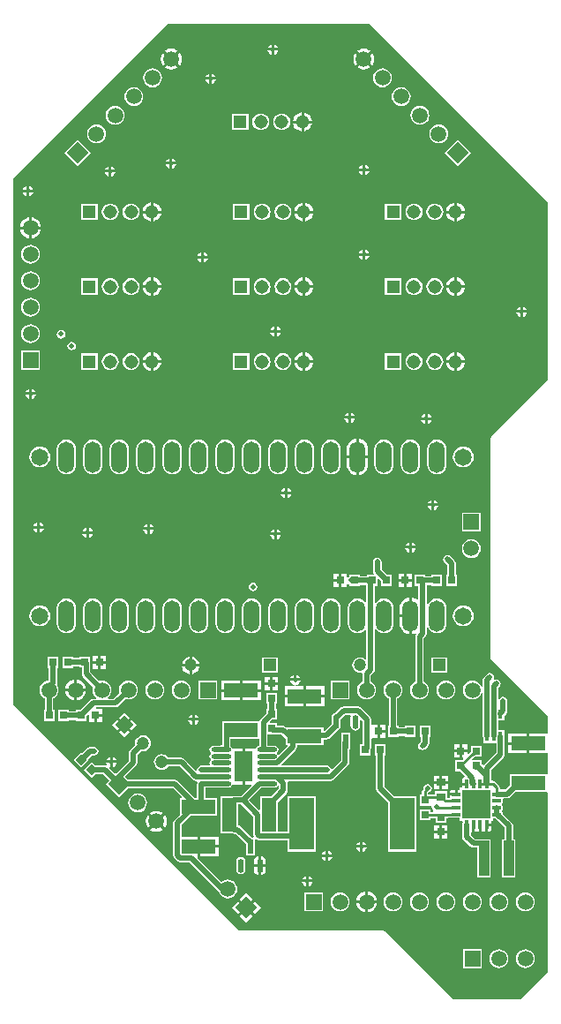
<source format=gbl>
%FSTAX23Y23*%
%MOIN*%
%SFA1B1*%

%IPPOS*%
%AMD28*
4,1,4,0.000000,0.041700,-0.041700,0.000000,0.000000,-0.041700,0.041700,0.000000,0.000000,0.041700,0.0*
%
%AMD31*
4,1,4,0.000000,0.033400,-0.033400,0.000000,0.000000,-0.033400,0.033400,0.000000,0.000000,0.033400,0.0*
%
%AMD33*
4,1,4,-0.041700,0.000000,0.000000,-0.041700,0.041700,0.000000,0.000000,0.041700,-0.041700,0.000000,0.0*
%
%AMD42*
4,1,4,0.000000,0.021200,-0.021200,0.000000,0.000000,-0.021200,0.021200,0.000000,0.000000,0.021200,0.0*
%
%AMD45*
4,1,8,-0.011500,0.015200,-0.011500,-0.015200,0.000000,-0.026700,0.000000,-0.026700,0.011500,-0.015200,0.011500,0.015200,0.000000,0.026700,0.000000,0.026700,-0.011500,0.015200,0.0*
1,1,0.023100,0.000000,0.015200*
1,1,0.023100,0.000000,-0.015200*
1,1,0.023100,0.000000,-0.015200*
1,1,0.023100,0.000000,0.015200*
%
%AMD54*
4,1,8,-0.006300,0.015000,-0.006300,-0.015000,-0.004700,-0.016500,0.004700,-0.016500,0.006300,-0.015000,0.006300,0.015000,0.004700,0.016500,-0.004700,0.016500,-0.006300,0.015000,0.0*
1,1,0.003160,-0.004700,0.015000*
1,1,0.003160,-0.004700,-0.015000*
1,1,0.003160,0.004700,-0.015000*
1,1,0.003160,0.004700,0.015000*
%
%AMD55*
4,1,8,-0.015000,-0.006300,0.015000,-0.006300,0.016500,-0.004700,0.016500,0.004700,0.015000,0.006300,-0.015000,0.006300,-0.016500,0.004700,-0.016500,-0.004700,-0.015000,-0.006300,0.0*
1,1,0.003160,-0.015000,-0.004700*
1,1,0.003160,0.015000,-0.004700*
1,1,0.003160,0.015000,0.004700*
1,1,0.003160,-0.015000,0.004700*
%
%ADD12C,0.010000*%
%ADD26R,0.059060X0.059060*%
%ADD27C,0.059060*%
G04~CAMADD=28~10~0.0~590.6~0.0~0.0~0.0~0.0~0~0.0~0.0~0.0~0.0~0~0.0~0.0~0.0~0.0~0~0.0~0.0~0.0~405.0~590.6~0.0*
%ADD28D28*%
%ADD29R,0.047240X0.047240*%
%ADD30C,0.047240*%
G04~CAMADD=31~10~0.0~472.4~0.0~0.0~0.0~0.0~0~0.0~0.0~0.0~0.0~0~0.0~0.0~0.0~0.0~0~0.0~0.0~0.0~405.0~472.4~0.0*
%ADD31D31*%
%ADD32R,0.059060X0.059060*%
G04~CAMADD=33~10~0.0~590.6~0.0~0.0~0.0~0.0~0~0.0~0.0~0.0~0.0~0~0.0~0.0~0.0~0.0~0~0.0~0.0~0.0~135.0~590.6~0.0*
%ADD33D33*%
%ADD34R,0.051500X0.051500*%
%ADD35C,0.051500*%
%ADD36O,0.060000X0.118110*%
%ADD37C,0.064960*%
%ADD38C,0.019680*%
%ADD40C,0.019680*%
G04~CAMADD=42~10~0.0~300.0~0.0~0.0~0.0~0.0~0~0.0~0.0~0.0~0.0~0~0.0~0.0~0.0~0.0~0~0.0~0.0~0.0~405.0~300.0~0.0*
%ADD42D42*%
%ADD43R,0.030000X0.030000*%
%ADD44R,0.023100X0.053490*%
G04~CAMADD=45~8~0.0~0.0~534.9~231.0~115.5~0.0~15~0.0~0.0~0.0~0.0~0~0.0~0.0~0.0~0.0~0~0.0~0.0~0.0~90.0~230.0~533.0*
%ADD45D45*%
%ADD46R,0.055120X0.129920*%
%ADD47R,0.129920X0.055120*%
%ADD48R,0.069290X0.116140*%
%ADD49O,0.074800X0.017720*%
%ADD50R,0.030000X0.030000*%
%ADD51R,0.015750X0.037400*%
%ADD52R,0.094490X0.196850*%
%ADD53R,0.035430X0.031500*%
G04~CAMADD=54~8~0.0~0.0~330.7~126.0~15.8~0.0~15~0.0~0.0~0.0~0.0~0~0.0~0.0~0.0~0.0~0~0.0~0.0~0.0~90.0~126.0~331.0*
%ADD54D54*%
G04~CAMADD=55~8~0.0~0.0~330.7~126.0~15.8~0.0~15~0.0~0.0~0.0~0.0~0~0.0~0.0~0.0~0.0~0~0.0~0.0~0.0~180.0~331.0~126.0*
%ADD55D55*%
%ADD56R,0.106300X0.106300*%
%ADD57R,0.038580X0.133860*%
%LNsolears_v3-1*%
%LPD*%
G36*
X02058Y03022D02*
Y02351D01*
X01846Y02139*
X01844Y02135*
X01843Y02131*
Y01301*
X01844Y01298*
X01846Y01294*
X02058Y01082*
Y01017*
X0199*
Y00979*
Y00942*
X02058*
Y00867*
X02055Y00863*
X02053*
X01914*
Y00819*
X01899Y00805*
X01877*
Y00813*
X01876Y00818*
X01874Y00821*
X01859Y00836*
X01855Y00838*
X01851Y00839*
X01844*
Y0088*
X01891Y00927*
X01895Y00932*
X01896Y00938*
Y01005*
X01895Y01011*
X01894Y01013*
Y01029*
X01871*
Y01067*
X01894*
Y01084*
X01901Y01091*
X01904Y01096*
X01906Y01102*
Y0114*
X01904Y01146*
X01901Y01151*
X01896Y01154*
X0189Y01156*
X01883Y01154*
X01878Y01151*
X01876Y01147*
X01871Y01149*
Y01188*
X01876Y01193*
X01879Y01198*
X01881Y01205*
X01879Y01211*
X01876Y01216*
X01871Y01219*
X01865Y01221*
X01858Y01219*
X01857Y01219*
X01854Y01222*
X01854Y01223*
X01856Y0123*
X01854Y01236*
X01851Y01241*
X01846Y01244*
X0184Y01246*
X01833Y01244*
X01828Y01241*
X01818Y0123*
X01814Y01225*
X01813Y01219*
Y01194*
X01808Y01193*
X01805Y01199*
X01799Y01207*
X01792Y01212*
X01783Y01216*
X01774Y01217*
X01765Y01216*
X01756Y01212*
X01749Y01207*
X01743Y01199*
X0174Y01191*
X01738Y01181*
X0174Y01172*
X01743Y01164*
X01749Y01156*
X01756Y01151*
X01765Y01147*
X01774Y01146*
X01783Y01147*
X01792Y01151*
X01799Y01156*
X01805Y01164*
X01808Y0117*
X01813Y01169*
Y01091*
Y01005*
X01814Y00999*
X01815Y00997*
Y0098*
X01864*
Y00945*
X01817Y00898*
X01812Y00899*
X0181Y009*
Y00915*
X01773*
X01771Y0092*
X01779Y00928*
X0178*
X01781Y00929*
X0181*
Y0097*
X01769*
Y00949*
X01767Y00947*
X01759Y0094*
X01755Y00942*
Y00945*
X01735*
Y00925*
X01737*
X01739Y0092*
X01735Y00915*
X01709*
Y00874*
X01728*
X01744Y00857*
X01743Y00852*
X01742Y00852*
X01738Y00849*
X01735Y00845*
X01735Y00841*
Y00831*
X01751*
Y00821*
X01735*
Y00813*
X01726*
Y00804*
X01718*
Y00788*
X01713*
Y00783*
X01687*
X01687Y00779*
X01688Y00778*
X01685Y00773*
X01678*
Y00799*
X01631*
Y00786*
X01606*
Y00794*
X01611Y00795*
X01616Y00798*
X01619Y00803*
X01621Y0081*
X01619Y00816*
X01616Y00821*
X01611Y00824*
X01605Y00826*
X01598Y00824*
X01593Y00821*
X0159Y00816*
X01588Y0081*
X01589Y00809*
X01587Y00807*
X01584Y00804*
X01583Y008*
Y00785*
X01574*
Y00744*
X01615*
X0162Y00742*
X01619Y0074*
X01621Y00732*
X01625Y00726*
X01624Y00724*
X01623Y00721*
X01615*
Y0073*
X01574*
Y00689*
X01615*
Y00698*
X01634*
Y00679*
X01675*
Y00698*
X0168*
X01684Y00699*
X01686Y007*
X01694*
X01695Y00699*
X01698Y00699*
X01726*
Y00686*
X01735*
X01738Y00681*
X01736Y00679*
X01735Y00673*
Y00627*
X01736Y00621*
X0174Y00616*
X01765Y0059*
X01771Y00587*
X01777Y00586*
X01793*
Y00472*
X01843*
Y00617*
X0181*
X01808Y00618*
X01783*
X01767Y00634*
Y00642*
X01772Y00646*
Y00673*
X01782*
Y00647*
X01786Y00647*
X0179Y0065*
X01793Y00647*
X01797Y00647*
Y00673*
X01807*
Y00647*
X01812Y00647*
X01815Y0065*
X01819Y00647*
X01823Y00647*
Y00673*
X01828*
Y00678*
X01844*
Y00686*
X01853*
Y00695*
X01858Y00698*
X0186Y00696*
X01861Y00696*
X01895Y00662*
Y00617*
X01886*
Y00472*
X01936*
Y00617*
X01927*
Y00669*
X01926Y00675*
X01923Y0068*
X01888Y00714*
Y00716*
X01888Y00719*
X01886Y00721*
Y00727*
X01888Y00729*
X01888Y00732*
Y00741*
X01888Y00744*
X01886Y00747*
Y00752*
X01888Y00755*
X01888Y00758*
Y00767*
X01888Y00767*
X01891Y00772*
X01892Y00772*
X01906*
X01912Y00774*
X01917Y00777*
X01936Y00796*
X02053*
X02055*
X02058Y00792*
Y00116*
X01954Y00012*
X01703*
X01446Y00269*
X01442Y00271*
X01439Y00272*
X00893*
X00039Y01126*
Y03112*
X00623Y03696*
X01384*
X02058Y03022*
G37*
%LNsolears_v3-2*%
%LPC*%
G36*
X01025Y03619D02*
Y03605D01*
X01039*
X01038Y03607*
X01034Y03614*
X01027Y03618*
X01025Y03619*
G37*
G36*
X01015D02*
X01012Y03618D01*
X01005Y03614*
X01001Y03607*
X01Y03605*
X01015*
Y03619*
G37*
G36*
X01039Y03595D02*
X01025D01*
Y0358*
X01027Y03581*
X01034Y03585*
X01038Y03592*
X01039Y03595*
G37*
G36*
X01015D02*
X01D01*
X01001Y03592*
X01005Y03585*
X01012Y03581*
X01015Y0358*
Y03595*
G37*
G36*
X00636Y03603D02*
X00626Y03602D01*
X00616Y03598*
X00612Y03595*
X00636Y03571*
X0066Y03595*
X00656Y03598*
X00646Y03602*
X00636Y03603*
G37*
G36*
X01363D02*
X01353Y03602D01*
X01344Y03598*
X01339Y03595*
X01363Y03571*
X01388Y03595*
X01383Y03598*
X01374Y03602*
X01363Y03603*
G37*
G36*
X00605Y03588D02*
X00602Y03584D01*
X00598Y03574*
X00596Y03564*
X00598Y03553*
X00602Y03544*
X00605Y03539*
X00629Y03564*
X00605Y03588*
G37*
G36*
X01332D02*
X01329Y03584D01*
X01325Y03574*
X01324Y03564*
X01325Y03553*
X01329Y03544*
X01332Y03539*
X01356Y03564*
X01332Y03588*
G37*
G36*
X00667D02*
X00643Y03564D01*
X00667Y03539*
X00671Y03544*
X00675Y03553*
X00676Y03564*
X00675Y03574*
X00671Y03584*
X00667Y03588*
G37*
G36*
X01395D02*
X01371Y03564D01*
X01395Y03539*
X01398Y03544*
X01402Y03553*
X01403Y03564*
X01402Y03574*
X01398Y03584*
X01395Y03588*
G37*
G36*
X01363Y03557D02*
X01339Y03532D01*
X01344Y03529*
X01353Y03525*
X01363Y03524*
X01374Y03525*
X01383Y03529*
X01388Y03532*
X01363Y03557*
G37*
G36*
X00636D02*
X00612Y03532D01*
X00616Y03529*
X00626Y03525*
X00636Y03524*
X00646Y03525*
X00656Y03529*
X0066Y03532*
X00636Y03557*
G37*
G36*
X0079Y03509D02*
Y03495D01*
X00804*
X00803Y03497*
X00799Y03504*
X00792Y03508*
X0079Y03509*
G37*
G36*
X0078D02*
X00777Y03508D01*
X0077Y03504*
X00766Y03497*
X00765Y03495*
X0078*
Y03509*
G37*
G36*
X00804Y03485D02*
X0079D01*
Y0347*
X00792Y03471*
X00799Y03475*
X00803Y03482*
X00804Y03485*
G37*
G36*
X0078D02*
X00765D01*
X00766Y03482*
X0077Y03475*
X00777Y03471*
X0078Y0347*
Y03485*
G37*
G36*
X01434Y03529D02*
X01425Y03527D01*
X01416Y03524*
X01409Y03518*
X01403Y03511*
X014Y03502*
X01398Y03493*
X014Y03484*
X01403Y03475*
X01409Y03468*
X01416Y03462*
X01425Y03458*
X01434Y03457*
X01443Y03458*
X01452Y03462*
X01459Y03468*
X01465Y03475*
X01469Y03484*
X0147Y03493*
X01469Y03502*
X01465Y03511*
X01459Y03518*
X01452Y03524*
X01443Y03527*
X01434Y03529*
G37*
G36*
X00565D02*
X00556Y03527D01*
X00548Y03524*
X0054Y03518*
X00534Y03511*
X00531Y03502*
X0053Y03493*
X00531Y03484*
X00534Y03475*
X0054Y03468*
X00548Y03462*
X00556Y03458*
X00565Y03457*
X00575Y03458*
X00583Y03462*
X00591Y03468*
X00596Y03475*
X006Y03484*
X00601Y03493*
X006Y03502*
X00596Y03511*
X00591Y03518*
X00583Y03524*
X00575Y03527*
X00565Y03529*
G37*
G36*
X00495Y03458D02*
X00485Y03457D01*
X00477Y03453*
X00469Y03447*
X00464Y0344*
X0046Y03431*
X00459Y03422*
X0046Y03413*
X00464Y03404*
X00469Y03397*
X00477Y03391*
X00485Y03388*
X00495Y03386*
X00504Y03388*
X00513Y03391*
X0052Y03397*
X00526Y03404*
X00529Y03413*
X0053Y03422*
X00529Y03431*
X00526Y0344*
X0052Y03447*
X00513Y03453*
X00504Y03457*
X00495Y03458*
G37*
G36*
X01505D02*
X01496Y03457D01*
X01487Y03453*
X0148Y03447*
X01474Y0344*
X0147Y03431*
X01469Y03422*
X0147Y03413*
X01474Y03404*
X0148Y03397*
X01487Y03391*
X01496Y03388*
X01505Y03386*
X01514Y03388*
X01523Y03391*
X0153Y03397*
X01536Y03404*
X01539Y03413*
X01541Y03422*
X01539Y03431*
X01536Y0344*
X0153Y03447*
X01523Y03453*
X01514Y03457*
X01505Y03458*
G37*
G36*
X01137Y03362D02*
Y03331D01*
X01167*
X01166Y03336*
X01163Y03345*
X01157Y03352*
X0115Y03358*
X01141Y03361*
X01137Y03362*
G37*
G36*
X01127D02*
X01122Y03361D01*
X01114Y03358*
X01106Y03352*
X011Y03345*
X01097Y03336*
X01096Y03331*
X01127*
Y03362*
G37*
G36*
X01576Y03387D02*
X01566Y03386D01*
X01558Y03382*
X0155Y03377*
X01545Y03369*
X01541Y03361*
X0154Y03351*
X01541Y03342*
X01545Y03334*
X0155Y03326*
X01558Y03321*
X01566Y03317*
X01576Y03316*
X01585Y03317*
X01593Y03321*
X01601Y03326*
X01607Y03334*
X0161Y03342*
X01611Y03351*
X0161Y03361*
X01607Y03369*
X01601Y03377*
X01593Y03382*
X01585Y03386*
X01576Y03387*
G37*
G36*
X00424D02*
X00415Y03386D01*
X00406Y03382*
X00399Y03377*
X00393Y03369*
X00389Y03361*
X00388Y03351*
X00389Y03342*
X00393Y03334*
X00399Y03326*
X00406Y03321*
X00415Y03317*
X00424Y03316*
X00433Y03317*
X00442Y03321*
X00449Y03326*
X00455Y03334*
X00459Y03342*
X0046Y03351*
X00459Y03361*
X00455Y03369*
X00449Y03377*
X00442Y03382*
X00433Y03386*
X00424Y03387*
G37*
G36*
X00927Y03358D02*
X00864D01*
Y03295*
X00927*
Y03358*
G37*
G36*
X01053Y03358D02*
X01045Y03357D01*
X01037Y03354*
X0103Y03349*
X01025Y03342*
X01022Y03335*
X01021Y03326*
X01022Y03318*
X01025Y03311*
X0103Y03304*
X01037Y03299*
X01045Y03296*
X01053Y03295*
X01061Y03296*
X01069Y03299*
X01075Y03304*
X01081Y03311*
X01084Y03318*
X01085Y03326*
X01084Y03335*
X01081Y03342*
X01075Y03349*
X01069Y03354*
X01061Y03357*
X01053Y03358*
G37*
G36*
X00974D02*
X00966Y03357D01*
X00958Y03354*
X00952Y03349*
X00946Y03342*
X00943Y03335*
X00942Y03326*
X00943Y03318*
X00946Y03311*
X00952Y03304*
X00958Y03299*
X00966Y03296*
X00974Y03295*
X00982Y03296*
X0099Y03299*
X00997Y03304*
X01002Y03311*
X01005Y03318*
X01006Y03326*
X01005Y03335*
X01002Y03342*
X00997Y03349*
X0099Y03354*
X00982Y03357*
X00974Y03358*
G37*
G36*
X01167Y03321D02*
X01137D01*
Y03291*
X01141Y03292*
X0115Y03295*
X01157Y03301*
X01163Y03308*
X01166Y03317*
X01167Y03321*
G37*
G36*
X01127D02*
X01096D01*
X01097Y03317*
X011Y03308*
X01106Y03301*
X01114Y03295*
X01122Y03292*
X01127Y03291*
Y03321*
G37*
G36*
X01646Y03317D02*
X01637Y03315D01*
X01628Y03312*
X01621Y03306*
X01615Y03299*
X01612Y0329*
X01611Y03281*
X01612Y03272*
X01615Y03263*
X01621Y03255*
X01628Y0325*
X01637Y03246*
X01646Y03245*
X01656Y03246*
X01664Y0325*
X01672Y03255*
X01677Y03263*
X01681Y03272*
X01682Y03281*
X01681Y0329*
X01677Y03299*
X01672Y03306*
X01664Y03312*
X01656Y03315*
X01646Y03317*
G37*
G36*
X00353D02*
X00344Y03315D01*
X00335Y03312*
X00328Y03306*
X00322Y03299*
X00319Y0329*
X00318Y03281*
X00319Y03272*
X00322Y03263*
X00328Y03255*
X00335Y0325*
X00344Y03246*
X00353Y03245*
X00363Y03246*
X00371Y0325*
X00379Y03255*
X00384Y03263*
X00388Y03272*
X00389Y03281*
X00388Y0329*
X00384Y03299*
X00379Y03306*
X00371Y03312*
X00363Y03315*
X00353Y03317*
G37*
G36*
X0064Y03189D02*
Y03175D01*
X00654*
X00653Y03177*
X00649Y03184*
X00642Y03188*
X0064Y03189*
G37*
G36*
X0063D02*
X00627Y03188D01*
X0062Y03184*
X00616Y03177*
X00615Y03175*
X0063*
Y03189*
G37*
G36*
X01717Y0326D02*
X01667Y0321D01*
X01717Y0316*
X01767Y0321*
X01717Y0326*
G37*
G36*
X00283D02*
X00232Y0321D01*
X00283Y0316*
X00333Y0321*
X00283Y0326*
G37*
G36*
X00654Y03165D02*
X0064D01*
Y0315*
X00642Y03151*
X00649Y03155*
X00653Y03162*
X00654Y03165*
G37*
G36*
X0063D02*
X00615D01*
X00616Y03162*
X0062Y03155*
X00627Y03151*
X0063Y0315*
Y03165*
G37*
G36*
X0137Y03164D02*
Y0315D01*
X01384*
X01383Y03152*
X01379Y03159*
X01372Y03163*
X0137Y03164*
G37*
G36*
X0136D02*
X01357Y03163D01*
X0135Y03159*
X01346Y03152*
X01345Y0315*
X0136*
Y03164*
G37*
G36*
X0041Y03159D02*
Y03145D01*
X00424*
X00423Y03147*
X00419Y03154*
X00412Y03158*
X0041Y03159*
G37*
G36*
X004D02*
X00397Y03158D01*
X0039Y03154*
X00386Y03147*
X00385Y03145*
X004*
Y03159*
G37*
G36*
X01384Y0314D02*
X0137D01*
Y03125*
X01372Y03126*
X01379Y0313*
X01383Y03137*
X01384Y0314*
G37*
G36*
X0136D02*
X01345D01*
X01346Y03137*
X0135Y0313*
X01357Y03126*
X0136Y03125*
Y0314*
G37*
G36*
X00424Y03135D02*
X0041D01*
Y0312*
X00412Y03121*
X00419Y03125*
X00423Y03132*
X00424Y03135*
G37*
G36*
X004D02*
X00385D01*
X00386Y03132*
X0039Y03125*
X00397Y03121*
X004Y0312*
Y03135*
G37*
G36*
X001Y03084D02*
Y0307D01*
X00114*
X00113Y03072*
X00109Y03079*
X00102Y03083*
X001Y03084*
G37*
G36*
X0009D02*
X00087Y03083D01*
X0008Y03079*
X00076Y03072*
X00075Y0307*
X0009*
Y03084*
G37*
G36*
X00114Y0306D02*
X001D01*
Y03045*
X00102Y03046*
X00109Y0305*
X00113Y03057*
X00114Y0306*
G37*
G36*
X0009D02*
X00075D01*
X00076Y03057*
X0008Y0305*
X00087Y03046*
X0009Y03045*
Y0306*
G37*
G36*
X01715Y03022D02*
Y02991D01*
X01746*
X01745Y02996*
X01742Y03005*
X01736Y03012*
X01728Y03018*
X0172Y03021*
X01715Y03022*
G37*
G36*
X01705D02*
X01701Y03021D01*
X01692Y03018*
X01685Y03012*
X01679Y03005*
X01676Y02996*
X01675Y02991*
X01705*
Y03022*
G37*
G36*
X01141D02*
Y02991D01*
X01172*
X01171Y02996*
X01168Y03005*
X01162Y03012*
X01154Y03018*
X01146Y03021*
X01141Y03022*
G37*
G36*
X01131D02*
X01127Y03021D01*
X01118Y03018*
X01111Y03012*
X01105Y03005*
X01102Y02996*
X01101Y02991*
X01131*
Y03022*
G37*
G36*
X00567D02*
Y02991D01*
X00598*
X00597Y02996*
X00593Y03005*
X00588Y03012*
X0058Y03018*
X00572Y03021*
X00567Y03022*
G37*
G36*
X00557D02*
X00553Y03021D01*
X00544Y03018*
X00537Y03012*
X00531Y03005*
X00527Y02996*
X00527Y02991*
X00557*
Y03022*
G37*
G36*
X01506Y03018D02*
X01443D01*
Y02955*
X01506*
Y03018*
G37*
G36*
X00932D02*
X00868D01*
Y02955*
X00932*
Y03018*
G37*
G36*
X00358D02*
X00294D01*
Y02955*
X00358*
Y03018*
G37*
G36*
X01632Y03018D02*
X01623Y03017D01*
X01616Y03014*
X01609Y03009*
X01604Y03002*
X01601Y02995*
X016Y02986*
X01601Y02978*
X01604Y02971*
X01609Y02964*
X01616Y02959*
X01623Y02956*
X01632Y02955*
X0164Y02956*
X01648Y02959*
X01654Y02964*
X01659Y02971*
X01663Y02978*
X01664Y02986*
X01663Y02995*
X01659Y03002*
X01654Y03009*
X01648Y03014*
X0164Y03017*
X01632Y03018*
G37*
G36*
X01553D02*
X01545Y03017D01*
X01537Y03014*
X0153Y03009*
X01525Y03002*
X01522Y02995*
X01521Y02986*
X01522Y02978*
X01525Y02971*
X0153Y02964*
X01537Y02959*
X01545Y02956*
X01553Y02955*
X01561Y02956*
X01569Y02959*
X01576Y02964*
X01581Y02971*
X01584Y02978*
X01585Y02986*
X01584Y02995*
X01581Y03002*
X01576Y03009*
X01569Y03014*
X01561Y03017*
X01553Y03018*
G37*
G36*
X01058D02*
X01049Y03017D01*
X01042Y03014*
X01035Y03009*
X0103Y03002*
X01027Y02995*
X01026Y02986*
X01027Y02978*
X0103Y02971*
X01035Y02964*
X01042Y02959*
X01049Y02956*
X01058Y02955*
X01066Y02956*
X01074Y02959*
X0108Y02964*
X01085Y02971*
X01088Y02978*
X0109Y02986*
X01088Y02995*
X01085Y03002*
X0108Y03009*
X01074Y03014*
X01066Y03017*
X01058Y03018*
G37*
G36*
X00979D02*
X00971Y03017D01*
X00963Y03014*
X00956Y03009*
X00951Y03002*
X00948Y02995*
X00947Y02986*
X00948Y02978*
X00951Y02971*
X00956Y02964*
X00963Y02959*
X00971Y02956*
X00979Y02955*
X00987Y02956*
X00995Y02959*
X01001Y02964*
X01007Y02971*
X0101Y02978*
X01011Y02986*
X0101Y02995*
X01007Y03002*
X01001Y03009*
X00995Y03014*
X00987Y03017*
X00979Y03018*
G37*
G36*
X00484D02*
X00475Y03017D01*
X00468Y03014*
X00461Y03009*
X00456Y03002*
X00453Y02995*
X00452Y02986*
X00453Y02978*
X00456Y02971*
X00461Y02964*
X00468Y02959*
X00475Y02956*
X00484Y02955*
X00492Y02956*
X00499Y02959*
X00506Y02964*
X00511Y02971*
X00514Y02978*
X00515Y02986*
X00514Y02995*
X00511Y03002*
X00506Y03009*
X00499Y03014*
X00492Y03017*
X00484Y03018*
G37*
G36*
X00405D02*
X00397Y03017D01*
X00389Y03014*
X00382Y03009*
X00377Y03002*
X00374Y02995*
X00373Y02986*
X00374Y02978*
X00377Y02971*
X00382Y02964*
X00389Y02959*
X00397Y02956*
X00405Y02955*
X00413Y02956*
X00421Y02959*
X00427Y02964*
X00432Y02971*
X00436Y02978*
X00437Y02986*
X00436Y02995*
X00432Y03002*
X00427Y03009*
X00421Y03014*
X00413Y03017*
X00405Y03018*
G37*
G36*
X01746Y02981D02*
X01715D01*
Y02951*
X0172Y02952*
X01728Y02955*
X01736Y02961*
X01742Y02968*
X01745Y02977*
X01746Y02981*
G37*
G36*
X01705D02*
X01675D01*
X01676Y02977*
X01679Y02968*
X01685Y02961*
X01692Y02955*
X01701Y02952*
X01705Y02951*
Y02981*
G37*
G36*
X01172D02*
X01141D01*
Y02951*
X01146Y02952*
X01154Y02955*
X01162Y02961*
X01168Y02968*
X01171Y02977*
X01172Y02981*
G37*
G36*
X01131D02*
X01101D01*
X01102Y02977*
X01105Y02968*
X01111Y02961*
X01118Y02955*
X01127Y02952*
X01131Y02951*
Y02981*
G37*
G36*
X00598D02*
X00567D01*
Y02951*
X00572Y02952*
X0058Y02955*
X00588Y02961*
X00593Y02968*
X00597Y02977*
X00598Y02981*
G37*
G36*
X00557D02*
X00527D01*
X00527Y02977*
X00531Y02968*
X00537Y02961*
X00544Y02955*
X00553Y02952*
X00557Y02951*
Y02981*
G37*
G36*
X00109Y02966D02*
Y02931D01*
X00143*
X00142Y02937*
X00138Y02946*
X00132Y02955*
X00123Y02961*
X00114Y02965*
X00109Y02966*
G37*
G36*
X00099D02*
X00093Y02965D01*
X00084Y02961*
X00075Y02955*
X00069Y02946*
X00065Y02937*
X00064Y02931*
X00099*
Y02966*
G37*
G36*
Y02921D02*
X00064D01*
X00065Y02916*
X00069Y02907*
X00075Y02898*
X00084Y02892*
X00093Y02888*
X00099Y02887*
Y02921*
G37*
G36*
X00143D02*
X00109D01*
Y02887*
X00114Y02888*
X00123Y02892*
X00132Y02898*
X00138Y02907*
X00142Y02916*
X00143Y02921*
G37*
G36*
X0137Y02844D02*
Y0283D01*
X01384*
X01383Y02832*
X01379Y02839*
X01372Y02843*
X0137Y02844*
G37*
G36*
X0136D02*
X01357Y02843D01*
X0135Y02839*
X01346Y02832*
X01345Y0283*
X0136*
Y02844*
G37*
G36*
X0076Y02834D02*
Y0282D01*
X00774*
X00773Y02822*
X00769Y02829*
X00762Y02833*
X0076Y02834*
G37*
G36*
X0075D02*
X00747Y02833D01*
X0074Y02829*
X00736Y02822*
X00735Y0282*
X0075*
Y02834*
G37*
G36*
X01384Y0282D02*
X0137D01*
Y02805*
X01372Y02806*
X01379Y0281*
X01383Y02817*
X01384Y0282*
G37*
G36*
X0136D02*
X01345D01*
X01346Y02817*
X0135Y0281*
X01357Y02806*
X0136Y02805*
Y0282*
G37*
G36*
X00774Y0281D02*
X0076D01*
Y02795*
X00762Y02796*
X00769Y028*
X00773Y02807*
X00774Y0281*
G37*
G36*
X0075D02*
X00735D01*
X00736Y02807*
X0074Y028*
X00747Y02796*
X0075Y02795*
Y0281*
G37*
G36*
X00104Y02862D02*
X00094Y02861D01*
X00086Y02857*
X00078Y02852*
X00073Y02844*
X00069Y02836*
X00068Y02826*
X00069Y02817*
X00073Y02809*
X00078Y02801*
X00086Y02796*
X00094Y02792*
X00104Y02791*
X00113Y02792*
X00121Y02796*
X00129Y02801*
X00134Y02809*
X00138Y02817*
X00139Y02826*
X00138Y02836*
X00134Y02844*
X00129Y02852*
X00121Y02857*
X00113Y02861*
X00104Y02862*
G37*
G36*
X01715Y02739D02*
Y02709D01*
X01746*
X01745Y02713*
X01742Y02722*
X01736Y02729*
X01728Y02735*
X0172Y02739*
X01715Y02739*
G37*
G36*
X01705D02*
X01701Y02739D01*
X01692Y02735*
X01685Y02729*
X01679Y02722*
X01676Y02713*
X01675Y02709*
X01705*
Y02739*
G37*
G36*
X01141D02*
Y02709D01*
X01172*
X01171Y02713*
X01168Y02722*
X01162Y02729*
X01154Y02735*
X01146Y02739*
X01141Y02739*
G37*
G36*
X01131D02*
X01127Y02739D01*
X01118Y02735*
X01111Y02729*
X01105Y02722*
X01102Y02713*
X01101Y02709*
X01131*
Y02739*
G37*
G36*
X00567D02*
Y02709D01*
X00598*
X00597Y02713*
X00593Y02722*
X00588Y02729*
X0058Y02735*
X00572Y02739*
X00567Y02739*
G37*
G36*
X00557D02*
X00553Y02739D01*
X00544Y02735*
X00537Y02729*
X00531Y02722*
X00527Y02713*
X00527Y02709*
X00557*
Y02739*
G37*
G36*
X00104Y02762D02*
X00094Y02761D01*
X00086Y02757*
X00078Y02752*
X00073Y02744*
X00069Y02736*
X00068Y02726*
X00069Y02717*
X00073Y02709*
X00078Y02701*
X00086Y02696*
X00094Y02692*
X00104Y02691*
X00113Y02692*
X00121Y02696*
X00129Y02701*
X00134Y02709*
X00138Y02717*
X00139Y02726*
X00138Y02736*
X00134Y02744*
X00129Y02752*
X00121Y02757*
X00113Y02761*
X00104Y02762*
G37*
G36*
X01506Y02736D02*
X01443D01*
Y02672*
X01506*
Y02736*
G37*
G36*
X00932D02*
X00868D01*
Y02672*
X00932*
Y02736*
G37*
G36*
X00358D02*
X00294D01*
Y02672*
X00358*
Y02736*
G37*
G36*
X01632Y02736D02*
X01623Y02735D01*
X01616Y02732*
X01609Y02727*
X01604Y0272*
X01601Y02712*
X016Y02704*
X01601Y02696*
X01604Y02688*
X01609Y02681*
X01616Y02676*
X01623Y02673*
X01632Y02672*
X0164Y02673*
X01648Y02676*
X01654Y02681*
X01659Y02688*
X01663Y02696*
X01664Y02704*
X01663Y02712*
X01659Y0272*
X01654Y02727*
X01648Y02732*
X0164Y02735*
X01632Y02736*
G37*
G36*
X01553D02*
X01545Y02735D01*
X01537Y02732*
X0153Y02727*
X01525Y0272*
X01522Y02712*
X01521Y02704*
X01522Y02696*
X01525Y02688*
X0153Y02681*
X01537Y02676*
X01545Y02673*
X01553Y02672*
X01561Y02673*
X01569Y02676*
X01576Y02681*
X01581Y02688*
X01584Y02696*
X01585Y02704*
X01584Y02712*
X01581Y0272*
X01576Y02727*
X01569Y02732*
X01561Y02735*
X01553Y02736*
G37*
G36*
X01058D02*
X01049Y02735D01*
X01042Y02732*
X01035Y02727*
X0103Y0272*
X01027Y02712*
X01026Y02704*
X01027Y02696*
X0103Y02688*
X01035Y02681*
X01042Y02676*
X01049Y02673*
X01058Y02672*
X01066Y02673*
X01074Y02676*
X0108Y02681*
X01085Y02688*
X01088Y02696*
X0109Y02704*
X01088Y02712*
X01085Y0272*
X0108Y02727*
X01074Y02732*
X01066Y02735*
X01058Y02736*
G37*
G36*
X00979D02*
X00971Y02735D01*
X00963Y02732*
X00956Y02727*
X00951Y0272*
X00948Y02712*
X00947Y02704*
X00948Y02696*
X00951Y02688*
X00956Y02681*
X00963Y02676*
X00971Y02673*
X00979Y02672*
X00987Y02673*
X00995Y02676*
X01001Y02681*
X01007Y02688*
X0101Y02696*
X01011Y02704*
X0101Y02712*
X01007Y0272*
X01001Y02727*
X00995Y02732*
X00987Y02735*
X00979Y02736*
G37*
G36*
X00484D02*
X00475Y02735D01*
X00468Y02732*
X00461Y02727*
X00456Y0272*
X00453Y02712*
X00452Y02704*
X00453Y02696*
X00456Y02688*
X00461Y02681*
X00468Y02676*
X00475Y02673*
X00484Y02672*
X00492Y02673*
X00499Y02676*
X00506Y02681*
X00511Y02688*
X00514Y02696*
X00515Y02704*
X00514Y02712*
X00511Y0272*
X00506Y02727*
X00499Y02732*
X00492Y02735*
X00484Y02736*
G37*
G36*
X00405D02*
X00397Y02735D01*
X00389Y02732*
X00382Y02727*
X00377Y0272*
X00374Y02712*
X00373Y02704*
X00374Y02696*
X00377Y02688*
X00382Y02681*
X00389Y02676*
X00397Y02673*
X00405Y02672*
X00413Y02673*
X00421Y02676*
X00427Y02681*
X00432Y02688*
X00436Y02696*
X00437Y02704*
X00436Y02712*
X00432Y0272*
X00427Y02727*
X00421Y02732*
X00413Y02735*
X00405Y02736*
G37*
G36*
X01746Y02699D02*
X01715D01*
Y02669*
X0172Y02669*
X01728Y02673*
X01736Y02678*
X01742Y02686*
X01745Y02695*
X01746Y02699*
G37*
G36*
X01705D02*
X01675D01*
X01676Y02695*
X01679Y02686*
X01685Y02678*
X01692Y02673*
X01701Y02669*
X01705Y02669*
Y02699*
G37*
G36*
X01172D02*
X01141D01*
Y02669*
X01146Y02669*
X01154Y02673*
X01162Y02678*
X01168Y02686*
X01171Y02695*
X01172Y02699*
G37*
G36*
X01131D02*
X01101D01*
X01102Y02695*
X01105Y02686*
X01111Y02678*
X01118Y02673*
X01127Y02669*
X01131Y02669*
Y02699*
G37*
G36*
X00598D02*
X00567D01*
Y02669*
X00572Y02669*
X0058Y02673*
X00588Y02678*
X00593Y02686*
X00597Y02695*
X00598Y02699*
G37*
G36*
X00557D02*
X00527D01*
X00527Y02695*
X00531Y02686*
X00537Y02678*
X00544Y02673*
X00553Y02669*
X00557Y02669*
Y02699*
G37*
G36*
X01965Y02629D02*
Y02615D01*
X01979*
X01978Y02617*
X01974Y02624*
X01967Y02628*
X01965Y02629*
G37*
G36*
X01955D02*
X01952Y02628D01*
X01945Y02624*
X01941Y02617*
X0194Y02615*
X01955*
Y02629*
G37*
G36*
X00104Y02662D02*
X00094Y02661D01*
X00086Y02657*
X00078Y02652*
X00073Y02644*
X00069Y02636*
X00068Y02626*
X00069Y02617*
X00073Y02609*
X00078Y02601*
X00086Y02596*
X00094Y02592*
X00104Y02591*
X00113Y02592*
X00121Y02596*
X00129Y02601*
X00134Y02609*
X00138Y02617*
X00139Y02626*
X00138Y02636*
X00134Y02644*
X00129Y02652*
X00121Y02657*
X00113Y02661*
X00104Y02662*
G37*
G36*
X01979Y02605D02*
X01965D01*
Y0259*
X01967Y02591*
X01974Y02595*
X01978Y02602*
X01979Y02605*
G37*
G36*
X01955D02*
X0194D01*
X01941Y02602*
X01945Y02595*
X01952Y02591*
X01955Y0259*
Y02605*
G37*
G36*
X01035Y02554D02*
Y0254D01*
X01049*
X01048Y02542*
X01044Y02549*
X01037Y02553*
X01035Y02554*
G37*
G36*
X01025D02*
X01022Y02553D01*
X01015Y02549*
X01011Y02542*
X0101Y0254*
X01025*
Y02554*
G37*
G36*
X01049Y0253D02*
X01035D01*
Y02515*
X01037Y02516*
X01044Y0252*
X01048Y02527*
X01049Y0253*
G37*
G36*
X01025D02*
X0101D01*
X01011Y02527*
X01015Y0252*
X01022Y02516*
X01025Y02515*
Y0253*
G37*
G36*
X0022Y02541D02*
X00213Y02539D01*
X00208Y02536*
X00205Y02531*
X00203Y02525*
X00205Y02518*
X00208Y02513*
X00213Y0251*
X0022Y02508*
X00226Y0251*
X00231Y02513*
X00234Y02518*
X00236Y02525*
X00234Y02531*
X00231Y02536*
X00226Y02539*
X0022Y02541*
G37*
G36*
X00104Y02562D02*
X00094Y02561D01*
X00086Y02557*
X00078Y02552*
X00073Y02544*
X00069Y02536*
X00068Y02526*
X00069Y02517*
X00073Y02509*
X00078Y02501*
X00086Y02496*
X00094Y02492*
X00104Y02491*
X00113Y02492*
X00121Y02496*
X00129Y02501*
X00134Y02509*
X00138Y02517*
X00139Y02526*
X00138Y02536*
X00134Y02544*
X00129Y02552*
X00121Y02557*
X00113Y02561*
X00104Y02562*
G37*
G36*
X0026Y02496D02*
X00253Y02494D01*
X00248Y02491*
X00245Y02486*
X00243Y0248*
X00245Y02473*
X00248Y02468*
X00253Y02465*
X0026Y02463*
X00266Y02465*
X00271Y02468*
X00274Y02473*
X00276Y0248*
X00274Y02486*
X00271Y02491*
X00266Y02494*
X0026Y02496*
G37*
G36*
X01715Y02457D02*
Y02426D01*
X01746*
X01745Y02431*
X01742Y0244*
X01736Y02447*
X01728Y02453*
X0172Y02456*
X01715Y02457*
G37*
G36*
X01705D02*
X01701Y02456D01*
X01692Y02453*
X01685Y02447*
X01679Y0244*
X01676Y02431*
X01675Y02426*
X01705*
Y02457*
G37*
G36*
X01141D02*
Y02426D01*
X01172*
X01171Y02431*
X01168Y0244*
X01162Y02447*
X01154Y02453*
X01146Y02456*
X01141Y02457*
G37*
G36*
X01131D02*
X01127Y02456D01*
X01118Y02453*
X01111Y02447*
X01105Y0244*
X01102Y02431*
X01101Y02426*
X01131*
Y02457*
G37*
G36*
X00567D02*
Y02426D01*
X00598*
X00597Y02431*
X00593Y0244*
X00588Y02447*
X0058Y02453*
X00572Y02456*
X00567Y02457*
G37*
G36*
X00557D02*
X00553Y02456D01*
X00544Y02453*
X00537Y02447*
X00531Y0244*
X00527Y02431*
X00527Y02426*
X00557*
Y02457*
G37*
G36*
X00139Y02462D02*
X00068D01*
Y02391*
X00139*
Y02462*
G37*
G36*
X01506Y02453D02*
X01443D01*
Y0239*
X01506*
Y02453*
G37*
G36*
X00932D02*
X00868D01*
Y0239*
X00932*
Y02453*
G37*
G36*
X00358D02*
X00294D01*
Y0239*
X00358*
Y02453*
G37*
G36*
X01632Y02453D02*
X01623Y02452D01*
X01616Y02449*
X01609Y02444*
X01604Y02437*
X01601Y0243*
X016Y02421*
X01601Y02413*
X01604Y02406*
X01609Y02399*
X01616Y02394*
X01623Y02391*
X01632Y0239*
X0164Y02391*
X01648Y02394*
X01654Y02399*
X01659Y02406*
X01663Y02413*
X01664Y02421*
X01663Y0243*
X01659Y02437*
X01654Y02444*
X01648Y02449*
X0164Y02452*
X01632Y02453*
G37*
G36*
X01553D02*
X01545Y02452D01*
X01537Y02449*
X0153Y02444*
X01525Y02437*
X01522Y0243*
X01521Y02421*
X01522Y02413*
X01525Y02406*
X0153Y02399*
X01537Y02394*
X01545Y02391*
X01553Y0239*
X01561Y02391*
X01569Y02394*
X01576Y02399*
X01581Y02406*
X01584Y02413*
X01585Y02421*
X01584Y0243*
X01581Y02437*
X01576Y02444*
X01569Y02449*
X01561Y02452*
X01553Y02453*
G37*
G36*
X01058D02*
X01049Y02452D01*
X01042Y02449*
X01035Y02444*
X0103Y02437*
X01027Y0243*
X01026Y02421*
X01027Y02413*
X0103Y02406*
X01035Y02399*
X01042Y02394*
X01049Y02391*
X01058Y0239*
X01066Y02391*
X01074Y02394*
X0108Y02399*
X01085Y02406*
X01088Y02413*
X0109Y02421*
X01088Y0243*
X01085Y02437*
X0108Y02444*
X01074Y02449*
X01066Y02452*
X01058Y02453*
G37*
G36*
X00979D02*
X00971Y02452D01*
X00963Y02449*
X00956Y02444*
X00951Y02437*
X00948Y0243*
X00947Y02421*
X00948Y02413*
X00951Y02406*
X00956Y02399*
X00963Y02394*
X00971Y02391*
X00979Y0239*
X00987Y02391*
X00995Y02394*
X01001Y02399*
X01007Y02406*
X0101Y02413*
X01011Y02421*
X0101Y0243*
X01007Y02437*
X01001Y02444*
X00995Y02449*
X00987Y02452*
X00979Y02453*
G37*
G36*
X00484D02*
X00475Y02452D01*
X00468Y02449*
X00461Y02444*
X00456Y02437*
X00453Y0243*
X00452Y02421*
X00453Y02413*
X00456Y02406*
X00461Y02399*
X00468Y02394*
X00475Y02391*
X00484Y0239*
X00492Y02391*
X00499Y02394*
X00506Y02399*
X00511Y02406*
X00514Y02413*
X00515Y02421*
X00514Y0243*
X00511Y02437*
X00506Y02444*
X00499Y02449*
X00492Y02452*
X00484Y02453*
G37*
G36*
X00405D02*
X00397Y02452D01*
X00389Y02449*
X00382Y02444*
X00377Y02437*
X00374Y0243*
X00373Y02421*
X00374Y02413*
X00377Y02406*
X00382Y02399*
X00389Y02394*
X00397Y02391*
X00405Y0239*
X00413Y02391*
X00421Y02394*
X00427Y02399*
X00432Y02406*
X00436Y02413*
X00437Y02421*
X00436Y0243*
X00432Y02437*
X00427Y02444*
X00421Y02449*
X00413Y02452*
X00405Y02453*
G37*
G36*
X01746Y02416D02*
X01715D01*
Y02386*
X0172Y02387*
X01728Y0239*
X01736Y02396*
X01742Y02403*
X01745Y02412*
X01746Y02416*
G37*
G36*
X01705D02*
X01675D01*
X01676Y02412*
X01679Y02403*
X01685Y02396*
X01692Y0239*
X01701Y02387*
X01705Y02386*
Y02416*
G37*
G36*
X01172D02*
X01141D01*
Y02386*
X01146Y02387*
X01154Y0239*
X01162Y02396*
X01168Y02403*
X01171Y02412*
X01172Y02416*
G37*
G36*
X01131D02*
X01101D01*
X01102Y02412*
X01105Y02403*
X01111Y02396*
X01118Y0239*
X01127Y02387*
X01131Y02386*
Y02416*
G37*
G36*
X00598D02*
X00567D01*
Y02386*
X00572Y02387*
X0058Y0239*
X00588Y02396*
X00593Y02403*
X00597Y02412*
X00598Y02416*
G37*
G36*
X00557D02*
X00527D01*
X00527Y02412*
X00531Y02403*
X00537Y02396*
X00544Y0239*
X00553Y02387*
X00557Y02386*
Y02416*
G37*
G36*
X0011Y02319D02*
Y02305D01*
X00124*
X00123Y02307*
X00119Y02314*
X00112Y02318*
X0011Y02319*
G37*
G36*
X001D02*
X00097Y02318D01*
X0009Y02314*
X00086Y02307*
X00085Y02305*
X001*
Y02319*
G37*
G36*
X00124Y02295D02*
X0011D01*
Y0228*
X00112Y02281*
X00119Y02285*
X00123Y02292*
X00124Y02295*
G37*
G36*
X001D02*
X00085D01*
X00086Y02292*
X0009Y02285*
X00097Y02281*
X001Y0228*
Y02295*
G37*
G36*
X01315Y02229D02*
Y02215D01*
X01329*
X01328Y02217*
X01324Y02224*
X01317Y02228*
X01315Y02229*
G37*
G36*
X01305D02*
X01302Y02228D01*
X01295Y02224*
X01291Y02217*
X0129Y02215*
X01305*
Y02229*
G37*
G36*
X01605Y02224D02*
Y0221D01*
X01619*
X01618Y02212*
X01614Y02219*
X01607Y02223*
X01605Y02224*
G37*
G36*
X01595D02*
X01592Y02223D01*
X01585Y02219*
X01581Y02212*
X0158Y0221*
X01595*
Y02224*
G37*
G36*
X01329Y02205D02*
X01315D01*
Y0219*
X01317Y02191*
X01324Y02195*
X01328Y02202*
X01329Y02205*
G37*
G36*
X01305D02*
X0129D01*
X01291Y02202*
X01295Y02195*
X01302Y02191*
X01305Y0219*
Y02205*
G37*
G36*
X01619Y022D02*
X01605D01*
Y02185*
X01607Y02186*
X01614Y0219*
X01618Y02197*
X01619Y022*
G37*
G36*
X01595D02*
X0158D01*
X01581Y02197*
X01585Y0219*
X01592Y02186*
X01595Y02185*
Y022*
G37*
G36*
X01344Y0213D02*
Y02066D01*
X0138*
Y02091*
X01378Y02101*
X01374Y02111*
X01368Y02119*
X01359Y02125*
X0135Y02129*
X01344Y0213*
G37*
G36*
X01334D02*
X01329Y02129D01*
X01319Y02125*
X01311Y02119*
X01304Y02111*
X013Y02101*
X01299Y02091*
Y02066*
X01334*
Y0213*
G37*
G36*
X01739Y021D02*
X01729Y02099D01*
X0172Y02095*
X01712Y02089*
X01706Y02081*
X01702Y02071*
X017Y02061*
X01702Y02051*
X01706Y02042*
X01712Y02034*
X0172Y02028*
X01729Y02024*
X01739Y02023*
X01749Y02024*
X01759Y02028*
X01767Y02034*
X01773Y02042*
X01777Y02051*
X01778Y02061*
X01777Y02071*
X01773Y02081*
X01767Y02089*
X01759Y02095*
X01749Y02099*
X01739Y021*
G37*
G36*
X00139D02*
X00129Y02099D01*
X0012Y02095*
X00112Y02089*
X00106Y02081*
X00102Y02071*
X001Y02061*
X00102Y02051*
X00106Y02042*
X00112Y02034*
X0012Y02028*
X00129Y02024*
X00139Y02023*
X00149Y02024*
X00159Y02028*
X00167Y02034*
X00173Y02042*
X00177Y02051*
X00178Y02061*
X00177Y02071*
X00173Y02081*
X00167Y02089*
X00159Y02095*
X00149Y02099*
X00139Y021*
G37*
G36*
X01639Y02127D02*
X0163Y02126D01*
X01621Y02122*
X01614Y02116*
X01608Y02109*
X01604Y021*
X01603Y02091*
Y02032*
X01604Y02023*
X01608Y02014*
X01614Y02007*
X01621Y02001*
X0163Y01997*
X01639Y01996*
X01649Y01997*
X01657Y02001*
X01665Y02007*
X01671Y02014*
X01674Y02023*
X01675Y02032*
Y02091*
X01674Y021*
X01671Y02109*
X01665Y02116*
X01657Y02122*
X01649Y02126*
X01639Y02127*
G37*
G36*
X01539D02*
X0153Y02126D01*
X01521Y02122*
X01514Y02116*
X01508Y02109*
X01504Y021*
X01503Y02091*
Y02032*
X01504Y02023*
X01508Y02014*
X01514Y02007*
X01521Y02001*
X0153Y01997*
X01539Y01996*
X01549Y01997*
X01557Y02001*
X01565Y02007*
X01571Y02014*
X01574Y02023*
X01575Y02032*
Y02091*
X01574Y021*
X01571Y02109*
X01565Y02116*
X01557Y02122*
X01549Y02126*
X01539Y02127*
G37*
G36*
X01439D02*
X0143Y02126D01*
X01421Y02122*
X01414Y02116*
X01408Y02109*
X01404Y021*
X01403Y02091*
Y02032*
X01404Y02023*
X01408Y02014*
X01414Y02007*
X01421Y02001*
X0143Y01997*
X01439Y01996*
X01449Y01997*
X01457Y02001*
X01465Y02007*
X01471Y02014*
X01474Y02023*
X01475Y02032*
Y02091*
X01474Y021*
X01471Y02109*
X01465Y02116*
X01457Y02122*
X01449Y02126*
X01439Y02127*
G37*
G36*
X01239D02*
X0123Y02126D01*
X01221Y02122*
X01214Y02116*
X01208Y02109*
X01204Y021*
X01203Y02091*
Y02032*
X01204Y02023*
X01208Y02014*
X01214Y02007*
X01221Y02001*
X0123Y01997*
X01239Y01996*
X01249Y01997*
X01257Y02001*
X01265Y02007*
X01271Y02014*
X01274Y02023*
X01275Y02032*
Y02091*
X01274Y021*
X01271Y02109*
X01265Y02116*
X01257Y02122*
X01249Y02126*
X01239Y02127*
G37*
G36*
X01139D02*
X0113Y02126D01*
X01121Y02122*
X01114Y02116*
X01108Y02109*
X01104Y021*
X01103Y02091*
Y02032*
X01104Y02023*
X01108Y02014*
X01114Y02007*
X01121Y02001*
X0113Y01997*
X01139Y01996*
X01149Y01997*
X01157Y02001*
X01165Y02007*
X01171Y02014*
X01174Y02023*
X01175Y02032*
Y02091*
X01174Y021*
X01171Y02109*
X01165Y02116*
X01157Y02122*
X01149Y02126*
X01139Y02127*
G37*
G36*
X01039D02*
X0103Y02126D01*
X01021Y02122*
X01014Y02116*
X01008Y02109*
X01004Y021*
X01003Y02091*
Y02032*
X01004Y02023*
X01008Y02014*
X01014Y02007*
X01021Y02001*
X0103Y01997*
X01039Y01996*
X01049Y01997*
X01057Y02001*
X01065Y02007*
X01071Y02014*
X01074Y02023*
X01075Y02032*
Y02091*
X01074Y021*
X01071Y02109*
X01065Y02116*
X01057Y02122*
X01049Y02126*
X01039Y02127*
G37*
G36*
X00939D02*
X0093Y02126D01*
X00921Y02122*
X00914Y02116*
X00908Y02109*
X00904Y021*
X00903Y02091*
Y02032*
X00904Y02023*
X00908Y02014*
X00914Y02007*
X00921Y02001*
X0093Y01997*
X00939Y01996*
X00949Y01997*
X00957Y02001*
X00965Y02007*
X00971Y02014*
X00974Y02023*
X00975Y02032*
Y02091*
X00974Y021*
X00971Y02109*
X00965Y02116*
X00957Y02122*
X00949Y02126*
X00939Y02127*
G37*
G36*
X00839D02*
X0083Y02126D01*
X00821Y02122*
X00814Y02116*
X00808Y02109*
X00804Y021*
X00803Y02091*
Y02032*
X00804Y02023*
X00808Y02014*
X00814Y02007*
X00821Y02001*
X0083Y01997*
X00839Y01996*
X00849Y01997*
X00857Y02001*
X00865Y02007*
X00871Y02014*
X00874Y02023*
X00875Y02032*
Y02091*
X00874Y021*
X00871Y02109*
X00865Y02116*
X00857Y02122*
X00849Y02126*
X00839Y02127*
G37*
G36*
X00739D02*
X0073Y02126D01*
X00721Y02122*
X00714Y02116*
X00708Y02109*
X00704Y021*
X00703Y02091*
Y02032*
X00704Y02023*
X00708Y02014*
X00714Y02007*
X00721Y02001*
X0073Y01997*
X00739Y01996*
X00749Y01997*
X00757Y02001*
X00765Y02007*
X00771Y02014*
X00774Y02023*
X00775Y02032*
Y02091*
X00774Y021*
X00771Y02109*
X00765Y02116*
X00757Y02122*
X00749Y02126*
X00739Y02127*
G37*
G36*
X00639D02*
X0063Y02126D01*
X00621Y02122*
X00614Y02116*
X00608Y02109*
X00604Y021*
X00603Y02091*
Y02032*
X00604Y02023*
X00608Y02014*
X00614Y02007*
X00621Y02001*
X0063Y01997*
X00639Y01996*
X00649Y01997*
X00657Y02001*
X00665Y02007*
X00671Y02014*
X00674Y02023*
X00675Y02032*
Y02091*
X00674Y021*
X00671Y02109*
X00665Y02116*
X00657Y02122*
X00649Y02126*
X00639Y02127*
G37*
G36*
X00539D02*
X0053Y02126D01*
X00521Y02122*
X00514Y02116*
X00508Y02109*
X00504Y021*
X00503Y02091*
Y02032*
X00504Y02023*
X00508Y02014*
X00514Y02007*
X00521Y02001*
X0053Y01997*
X00539Y01996*
X00549Y01997*
X00557Y02001*
X00565Y02007*
X00571Y02014*
X00574Y02023*
X00575Y02032*
Y02091*
X00574Y021*
X00571Y02109*
X00565Y02116*
X00557Y02122*
X00549Y02126*
X00539Y02127*
G37*
G36*
X00439D02*
X0043Y02126D01*
X00421Y02122*
X00414Y02116*
X00408Y02109*
X00404Y021*
X00403Y02091*
Y02032*
X00404Y02023*
X00408Y02014*
X00414Y02007*
X00421Y02001*
X0043Y01997*
X00439Y01996*
X00449Y01997*
X00457Y02001*
X00465Y02007*
X00471Y02014*
X00474Y02023*
X00475Y02032*
Y02091*
X00474Y021*
X00471Y02109*
X00465Y02116*
X00457Y02122*
X00449Y02126*
X00439Y02127*
G37*
G36*
X00339D02*
X0033Y02126D01*
X00321Y02122*
X00314Y02116*
X00308Y02109*
X00304Y021*
X00303Y02091*
Y02032*
X00304Y02023*
X00308Y02014*
X00314Y02007*
X00321Y02001*
X0033Y01997*
X00339Y01996*
X00349Y01997*
X00357Y02001*
X00365Y02007*
X00371Y02014*
X00374Y02023*
X00375Y02032*
Y02091*
X00374Y021*
X00371Y02109*
X00365Y02116*
X00357Y02122*
X00349Y02126*
X00339Y02127*
G37*
G36*
X00239D02*
X0023Y02126D01*
X00221Y02122*
X00214Y02116*
X00208Y02109*
X00204Y021*
X00203Y02091*
Y02032*
X00204Y02023*
X00208Y02014*
X00214Y02007*
X00221Y02001*
X0023Y01997*
X00239Y01996*
X00249Y01997*
X00257Y02001*
X00265Y02007*
X00271Y02014*
X00274Y02023*
X00275Y02032*
Y02091*
X00274Y021*
X00271Y02109*
X00265Y02116*
X00257Y02122*
X00249Y02126*
X00239Y02127*
G37*
G36*
X0138Y02056D02*
X01344D01*
Y01993*
X0135Y01993*
X01359Y01997*
X01368Y02004*
X01374Y02012*
X01378Y02022*
X0138Y02032*
Y02056*
G37*
G36*
X01334D02*
X01299D01*
Y02032*
X013Y02022*
X01304Y02012*
X01311Y02004*
X01319Y01997*
X01329Y01993*
X01334Y01993*
Y02056*
G37*
G36*
X01075Y01944D02*
Y0193D01*
X01089*
X01088Y01932*
X01084Y01939*
X01077Y01943*
X01075Y01944*
G37*
G36*
X01065D02*
X01062Y01943D01*
X01055Y01939*
X01051Y01932*
X0105Y0193*
X01065*
Y01944*
G37*
G36*
X01089Y0192D02*
X01075D01*
Y01905*
X01077Y01906*
X01084Y0191*
X01088Y01917*
X01089Y0192*
G37*
G36*
X01065D02*
X0105D01*
X01051Y01917*
X01055Y0191*
X01062Y01906*
X01065Y01905*
Y0192*
G37*
G36*
X0163Y01899D02*
Y01885D01*
X01644*
X01643Y01887*
X01639Y01894*
X01632Y01898*
X0163Y01899*
G37*
G36*
X0162D02*
X01617Y01898D01*
X0161Y01894*
X01606Y01887*
X01605Y01885*
X0162*
Y01899*
G37*
G36*
X01644Y01875D02*
X0163D01*
Y0186*
X01632Y01861*
X01639Y01865*
X01643Y01872*
X01644Y01875*
G37*
G36*
X0162D02*
X01605D01*
X01606Y01872*
X0161Y01865*
X01617Y01861*
X0162Y0186*
Y01875*
G37*
G36*
X0014Y01814D02*
Y018D01*
X00154*
X00153Y01802*
X00149Y01809*
X00142Y01813*
X0014Y01814*
G37*
G36*
X0013D02*
X00127Y01813D01*
X0012Y01809*
X00116Y01802*
X00115Y018*
X0013*
Y01814*
G37*
G36*
X00555Y01809D02*
Y01795D01*
X00569*
X00568Y01797*
X00564Y01804*
X00557Y01808*
X00555Y01809*
G37*
G36*
X00545D02*
X00542Y01808D01*
X00535Y01804*
X00531Y01797*
X0053Y01795*
X00545*
Y01809*
G37*
G36*
X00325Y01794D02*
Y0178D01*
X00339*
X00338Y01782*
X00334Y01789*
X00327Y01793*
X00325Y01794*
G37*
G36*
X00315D02*
X00312Y01793D01*
X00305Y01789*
X00301Y01782*
X003Y0178*
X00315*
Y01794*
G37*
G36*
X01805Y0185D02*
X01734D01*
Y01779*
X01805*
Y0185*
G37*
G36*
X00154Y0179D02*
X0014D01*
Y01775*
X00142Y01776*
X00149Y0178*
X00153Y01787*
X00154Y0179*
G37*
G36*
X0013D02*
X00115D01*
X00116Y01787*
X0012Y0178*
X00127Y01776*
X0013Y01775*
Y0179*
G37*
G36*
X01035Y01789D02*
Y01775D01*
X01049*
X01048Y01777*
X01044Y01784*
X01037Y01788*
X01035Y01789*
G37*
G36*
X01025D02*
X01022Y01788D01*
X01015Y01784*
X01011Y01777*
X0101Y01775*
X01025*
Y01789*
G37*
G36*
X00569Y01785D02*
X00555D01*
Y0177*
X00557Y01771*
X00564Y01775*
X00568Y01782*
X00569Y01785*
G37*
G36*
X00545D02*
X0053D01*
X00531Y01782*
X00535Y01775*
X00542Y01771*
X00545Y0177*
Y01785*
G37*
G36*
X00339Y0177D02*
X00325D01*
Y01755*
X00327Y01756*
X00334Y0176*
X00338Y01767*
X00339Y0177*
G37*
G36*
X00315D02*
X003D01*
X00301Y01767*
X00305Y0176*
X00312Y01756*
X00315Y01755*
Y0177*
G37*
G36*
X01049Y01765D02*
X01035D01*
Y0175*
X01037Y01751*
X01044Y01755*
X01048Y01762*
X01049Y01765*
G37*
G36*
X01025D02*
X0101D01*
X01011Y01762*
X01015Y01755*
X01022Y01751*
X01025Y0175*
Y01765*
G37*
G36*
X01545Y01739D02*
Y01725D01*
X01559*
X01558Y01727*
X01554Y01734*
X01547Y01738*
X01545Y01739*
G37*
G36*
X01535D02*
X01532Y01738D01*
X01525Y01734*
X01521Y01727*
X0152Y01725*
X01535*
Y01739*
G37*
G36*
X01559Y01715D02*
X01545D01*
Y017*
X01547Y01701*
X01554Y01705*
X01558Y01712*
X01559Y01715*
G37*
G36*
X01535D02*
X0152D01*
X01521Y01712*
X01525Y01705*
X01532Y01701*
X01535Y017*
Y01715*
G37*
G36*
X0177Y0175D02*
X0176Y01749D01*
X01752Y01745*
X01744Y0174*
X01739Y01732*
X01735Y01724*
X01734Y01715*
X01735Y01705*
X01739Y01697*
X01744Y01689*
X01752Y01684*
X0176Y0168*
X0177Y01679*
X01779Y0168*
X01787Y01684*
X01795Y01689*
X018Y01697*
X01804Y01705*
X01805Y01715*
X01804Y01724*
X018Y01732*
X01795Y0174*
X01787Y01745*
X01779Y01749*
X0177Y0175*
G37*
G36*
X0166Y01615D02*
X01619D01*
Y01611*
X01595*
Y01615*
X01554*
Y01574*
X01569*
Y01524*
X01564Y01522*
X01559Y01525*
X0155Y01529*
X01544Y0153*
Y01461*
Y01393*
X0155Y01393*
X01559Y01397*
X01563Y01394*
X01559Y01389*
X01558Y01383*
Y01213*
X01556Y01212*
X01549Y01207*
X01543Y01199*
X0154Y01191*
X01538Y01181*
X0154Y01172*
X01543Y01164*
X01549Y01156*
X01556Y01151*
X01565Y01147*
X01574Y01146*
X01583Y01147*
X01592Y01151*
X01599Y01156*
X01605Y01164*
X01609Y01172*
X0161Y01181*
X01609Y01191*
X01605Y01199*
X01599Y01207*
X01592Y01212*
X0159Y01213*
Y01376*
X01596Y01382*
X016Y01387*
X01601Y01393*
Y01418*
X01606Y01419*
X01608Y01414*
X01614Y01407*
X01621Y01401*
X0163Y01397*
X01639Y01396*
X01649Y01397*
X01657Y01401*
X01665Y01407*
X01671Y01414*
X01674Y01423*
X01675Y01432*
Y01491*
X01674Y015*
X01671Y01509*
X01665Y01516*
X01657Y01522*
X01649Y01526*
X01639Y01527*
X0163Y01526*
X01621Y01522*
X01614Y01516*
X01608Y01509*
X01606Y01504*
X01601Y01505*
Y01578*
X01619*
Y01574*
X0166*
Y01615*
G37*
G36*
X01415Y01681D02*
X01408Y01679D01*
X01403Y01676*
X014Y01671*
X01398Y01665*
Y0163*
X014Y01623*
X01402Y0162*
X01399Y01615*
X01374*
Y01611*
X0135*
Y01615*
X01309*
Y01609*
X01308Y01609*
X01305Y01607*
X013Y01608*
X013Y01609*
Y0162*
X0128*
Y01595*
Y0157*
X013*
Y0158*
X013Y01581*
X01305Y01582*
X01308Y0158*
X01309Y0158*
Y01574*
X0135*
Y01578*
X01373*
Y01514*
X01368Y01512*
X01365Y01516*
X01357Y01522*
X01349Y01526*
X01339Y01527*
X0133Y01526*
X01321Y01522*
X01314Y01516*
X01308Y01509*
X01304Y015*
X01303Y01491*
Y01432*
X01304Y01423*
X01308Y01414*
X01314Y01407*
X01321Y01401*
X0133Y01397*
X01339Y01396*
X01349Y01397*
X01357Y01401*
X01365Y01407*
X01368Y01411*
X01373Y01409*
Y013*
X01368Y01298*
X01364Y013*
X01357Y01303*
X0135Y01304*
X01342Y01303*
X01335Y013*
X01328Y01296*
X01324Y01289*
X01321Y01282*
X0132Y01275*
X01321Y01267*
X01324Y0126*
X01328Y01253*
X01335Y01249*
X01342Y01246*
X0135Y01245*
X01353Y01245*
X01354Y01245*
X01358Y01241*
Y01213*
X01356Y01212*
X01349Y01207*
X01343Y01199*
X0134Y01191*
X01338Y01181*
X0134Y01172*
X01343Y01164*
X01349Y01156*
X01356Y01151*
X01365Y01147*
X01374Y01146*
X01383Y01147*
X01392Y01151*
X01399Y01156*
X01405Y01164*
X01409Y01172*
X0141Y01181*
X01409Y01191*
X01405Y01199*
X01399Y01207*
X01392Y01212*
X0139Y01213*
Y01237*
X014Y01247*
X01404Y01252*
X01405Y01258*
Y0141*
X0141Y01412*
X01414Y01407*
X01421Y01401*
X0143Y01397*
X01439Y01396*
X01449Y01397*
X01457Y01401*
X01465Y01407*
X01471Y01414*
X01474Y01423*
X01475Y01432*
Y01491*
X01474Y015*
X01471Y01509*
X01465Y01516*
X01457Y01522*
X01449Y01526*
X01439Y01527*
X0143Y01526*
X01421Y01522*
X01414Y01516*
X0141Y01511*
X01405Y01513*
Y01574*
X01415*
Y01599*
X0142Y01601*
X01429Y01593*
Y01574*
X0147*
Y01615*
X01451*
X01431Y01636*
Y01665*
X01429Y01671*
X01426Y01676*
X01421Y01679*
X01415Y01681*
G37*
G36*
X01545Y0162D02*
X01525D01*
Y016*
X01545*
Y0162*
G37*
G36*
X01515D02*
X01495D01*
Y016*
X01515*
Y0162*
G37*
G36*
X0127D02*
X0125D01*
Y016*
X0127*
Y0162*
G37*
G36*
X0168Y01691D02*
X01673Y01689D01*
X01668Y01686*
X01665Y01681*
X01663Y01675*
X01665Y01668*
X01668Y01663*
X01678Y01653*
Y01615*
X01674*
Y01574*
X01715*
Y01615*
X01711*
Y0166*
X01709Y01666*
X01706Y01671*
X01691Y01686*
X01686Y01689*
X01685Y0169*
X0168Y01691*
G37*
G36*
X01545Y0159D02*
X01525D01*
Y0157*
X01545*
Y0159*
G37*
G36*
X01515D02*
X01495D01*
Y0157*
X01515*
Y0159*
G37*
G36*
X0127D02*
X0125D01*
Y0157*
X0127*
Y0159*
G37*
G36*
X00945Y01586D02*
X00939Y01585D01*
X00934Y01581*
X0093Y01576*
X00929Y0157*
X0093Y01564*
X00934Y01559*
X00939Y01555*
X00945Y01554*
X00951Y01555*
X00956Y01559*
X0096Y01564*
X00961Y0157*
X0096Y01576*
X00956Y01581*
X00951Y01585*
X00945Y01586*
G37*
G36*
X01534Y0153D02*
X01529Y01529D01*
X01519Y01525*
X01511Y01519*
X01504Y01511*
X015Y01501*
X01499Y01491*
Y01466*
X01534*
Y0153*
G37*
G36*
X01739Y015D02*
X01729Y01499D01*
X0172Y01495*
X01712Y01489*
X01706Y01481*
X01702Y01471*
X017Y01461*
X01702Y01451*
X01706Y01442*
X01712Y01434*
X0172Y01428*
X01729Y01424*
X01739Y01423*
X01749Y01424*
X01759Y01428*
X01767Y01434*
X01773Y01442*
X01777Y01451*
X01778Y01461*
X01777Y01471*
X01773Y01481*
X01767Y01489*
X01759Y01495*
X01749Y01499*
X01739Y015*
G37*
G36*
X00139D02*
X00129Y01499D01*
X0012Y01495*
X00112Y01489*
X00106Y01481*
X00102Y01471*
X001Y01461*
X00102Y01451*
X00106Y01442*
X00112Y01434*
X0012Y01428*
X00129Y01424*
X00139Y01423*
X00149Y01424*
X00159Y01428*
X00167Y01434*
X00173Y01442*
X00177Y01451*
X00178Y01461*
X00177Y01471*
X00173Y01481*
X00167Y01489*
X00159Y01495*
X00149Y01499*
X00139Y015*
G37*
G36*
X01239Y01527D02*
X0123Y01526D01*
X01221Y01522*
X01214Y01516*
X01208Y01509*
X01204Y015*
X01203Y01491*
Y01432*
X01204Y01423*
X01208Y01414*
X01214Y01407*
X01221Y01401*
X0123Y01397*
X01239Y01396*
X01249Y01397*
X01257Y01401*
X01265Y01407*
X01271Y01414*
X01274Y01423*
X01275Y01432*
Y01491*
X01274Y015*
X01271Y01509*
X01265Y01516*
X01257Y01522*
X01249Y01526*
X01239Y01527*
G37*
G36*
X01139D02*
X0113Y01526D01*
X01121Y01522*
X01114Y01516*
X01108Y01509*
X01104Y015*
X01103Y01491*
Y01432*
X01104Y01423*
X01108Y01414*
X01114Y01407*
X01121Y01401*
X0113Y01397*
X01139Y01396*
X01149Y01397*
X01157Y01401*
X01165Y01407*
X01171Y01414*
X01174Y01423*
X01175Y01432*
Y01491*
X01174Y015*
X01171Y01509*
X01165Y01516*
X01157Y01522*
X01149Y01526*
X01139Y01527*
G37*
G36*
X01039D02*
X0103Y01526D01*
X01021Y01522*
X01014Y01516*
X01008Y01509*
X01004Y015*
X01003Y01491*
Y01432*
X01004Y01423*
X01008Y01414*
X01014Y01407*
X01021Y01401*
X0103Y01397*
X01039Y01396*
X01049Y01397*
X01057Y01401*
X01065Y01407*
X01071Y01414*
X01074Y01423*
X01075Y01432*
Y01491*
X01074Y015*
X01071Y01509*
X01065Y01516*
X01057Y01522*
X01049Y01526*
X01039Y01527*
G37*
G36*
X00939D02*
X0093Y01526D01*
X00921Y01522*
X00914Y01516*
X00908Y01509*
X00904Y015*
X00903Y01491*
Y01432*
X00904Y01423*
X00908Y01414*
X00914Y01407*
X00921Y01401*
X0093Y01397*
X00939Y01396*
X00949Y01397*
X00957Y01401*
X00965Y01407*
X00971Y01414*
X00974Y01423*
X00975Y01432*
Y01491*
X00974Y015*
X00971Y01509*
X00965Y01516*
X00957Y01522*
X00949Y01526*
X00939Y01527*
G37*
G36*
X00839D02*
X0083Y01526D01*
X00821Y01522*
X00814Y01516*
X00808Y01509*
X00804Y015*
X00803Y01491*
Y01432*
X00804Y01423*
X00808Y01414*
X00814Y01407*
X00821Y01401*
X0083Y01397*
X00839Y01396*
X00849Y01397*
X00857Y01401*
X00865Y01407*
X00871Y01414*
X00874Y01423*
X00875Y01432*
Y01491*
X00874Y015*
X00871Y01509*
X00865Y01516*
X00857Y01522*
X00849Y01526*
X00839Y01527*
G37*
G36*
X00739D02*
X0073Y01526D01*
X00721Y01522*
X00714Y01516*
X00708Y01509*
X00704Y015*
X00703Y01491*
Y01432*
X00704Y01423*
X00708Y01414*
X00714Y01407*
X00721Y01401*
X0073Y01397*
X00739Y01396*
X00749Y01397*
X00757Y01401*
X00765Y01407*
X00771Y01414*
X00774Y01423*
X00775Y01432*
Y01491*
X00774Y015*
X00771Y01509*
X00765Y01516*
X00757Y01522*
X00749Y01526*
X00739Y01527*
G37*
G36*
X00639D02*
X0063Y01526D01*
X00621Y01522*
X00614Y01516*
X00608Y01509*
X00604Y015*
X00603Y01491*
Y01432*
X00604Y01423*
X00608Y01414*
X00614Y01407*
X00621Y01401*
X0063Y01397*
X00639Y01396*
X00649Y01397*
X00657Y01401*
X00665Y01407*
X00671Y01414*
X00674Y01423*
X00675Y01432*
Y01491*
X00674Y015*
X00671Y01509*
X00665Y01516*
X00657Y01522*
X00649Y01526*
X00639Y01527*
G37*
G36*
X00539D02*
X0053Y01526D01*
X00521Y01522*
X00514Y01516*
X00508Y01509*
X00504Y015*
X00503Y01491*
Y01432*
X00504Y01423*
X00508Y01414*
X00514Y01407*
X00521Y01401*
X0053Y01397*
X00539Y01396*
X00549Y01397*
X00557Y01401*
X00565Y01407*
X00571Y01414*
X00574Y01423*
X00575Y01432*
Y01491*
X00574Y015*
X00571Y01509*
X00565Y01516*
X00557Y01522*
X00549Y01526*
X00539Y01527*
G37*
G36*
X00439D02*
X0043Y01526D01*
X00421Y01522*
X00414Y01516*
X00408Y01509*
X00404Y015*
X00403Y01491*
Y01432*
X00404Y01423*
X00408Y01414*
X00414Y01407*
X00421Y01401*
X0043Y01397*
X00439Y01396*
X00449Y01397*
X00457Y01401*
X00465Y01407*
X00471Y01414*
X00474Y01423*
X00475Y01432*
Y01491*
X00474Y015*
X00471Y01509*
X00465Y01516*
X00457Y01522*
X00449Y01526*
X00439Y01527*
G37*
G36*
X00339D02*
X0033Y01526D01*
X00321Y01522*
X00314Y01516*
X00308Y01509*
X00304Y015*
X00303Y01491*
Y01432*
X00304Y01423*
X00308Y01414*
X00314Y01407*
X00321Y01401*
X0033Y01397*
X00339Y01396*
X00349Y01397*
X00357Y01401*
X00365Y01407*
X00371Y01414*
X00374Y01423*
X00375Y01432*
Y01491*
X00374Y015*
X00371Y01509*
X00365Y01516*
X00357Y01522*
X00349Y01526*
X00339Y01527*
G37*
G36*
X00239D02*
X0023Y01526D01*
X00221Y01522*
X00214Y01516*
X00208Y01509*
X00204Y015*
X00203Y01491*
Y01432*
X00204Y01423*
X00208Y01414*
X00214Y01407*
X00221Y01401*
X0023Y01397*
X00239Y01396*
X00249Y01397*
X00257Y01401*
X00265Y01407*
X00271Y01414*
X00274Y01423*
X00275Y01432*
Y01491*
X00274Y015*
X00271Y01509*
X00265Y01516*
X00257Y01522*
X00249Y01526*
X00239Y01527*
G37*
G36*
X01534Y01456D02*
X01499D01*
Y01432*
X015Y01422*
X01504Y01412*
X01511Y01404*
X01519Y01397*
X01529Y01393*
X01534Y01393*
Y01456*
G37*
G36*
X0033Y01307D02*
X00289D01*
Y01302*
X00265*
Y01306*
X00224*
Y01264*
X00265*
Y01269*
X00289*
Y01265*
X00298*
Y01242*
X00299Y01235*
X00303Y0123*
X0034Y01193*
X0034Y01191*
X00338Y01181*
X0034Y01172*
X00343Y01164*
X00349Y01156*
X00353Y01153*
X00352Y01148*
X00342*
X00336Y01147*
X0033Y01143*
X00293Y01105*
X00274*
Y01101*
X0025*
Y01105*
X00209*
Y01064*
X0025*
Y01068*
X00274*
Y01064*
X00315*
Y01083*
X0032Y01087*
X00325Y01085*
Y0106*
X00345*
Y01085*
X0035*
Y0109*
X00375*
Y0111*
X00353*
X00351Y01115*
X00352Y01116*
X00425*
X00431Y01117*
X00436Y0112*
X00463Y01148*
X00465Y01147*
X00474Y01146*
X00483Y01147*
X00492Y01151*
X00499Y01156*
X00505Y01164*
X00509Y01172*
X0051Y01181*
X00509Y01191*
X00505Y01199*
X00499Y01207*
X00492Y01212*
X00483Y01216*
X00474Y01217*
X00465Y01216*
X00456Y01212*
X00449Y01207*
X00443Y01199*
X0044Y01191*
X00438Y01181*
X0044Y01172*
X0044Y0117*
X00418Y01148*
X00397*
X00395Y01153*
X00399Y01156*
X00405Y01164*
X00409Y01172*
X0041Y01181*
X00409Y01191*
X00405Y01199*
X00399Y01207*
X00392Y01212*
X00383Y01216*
X00374Y01217*
X00365Y01216*
X00363Y01215*
X0033Y01248*
Y01265*
X0033*
Y01307*
G37*
G36*
X0039Y01311D02*
X0037D01*
Y01291*
X0039*
Y01311*
G37*
G36*
X0036D02*
X0034D01*
Y01291*
X0036*
Y01311*
G37*
G36*
X00715Y01308D02*
Y0128D01*
X00743*
X00742Y01283*
X00739Y01291*
X00733Y01298*
X00726Y01304*
X00718Y01307*
X00715Y01308*
G37*
G36*
X00705D02*
X00701Y01307D01*
X00693Y01304*
X00686Y01298*
X0068Y01291*
X00677Y01283*
X00676Y0128*
X00705*
Y01308*
G37*
G36*
X0039Y01281D02*
X0037D01*
Y01261*
X0039*
Y01281*
G37*
G36*
X0036D02*
X0034D01*
Y01261*
X0036*
Y01281*
G37*
G36*
X01679Y01304D02*
X0162D01*
Y01245*
X01679*
Y01304*
G37*
G36*
X01039D02*
X0098D01*
Y01245*
X01039*
Y01304*
G37*
G36*
X00743Y0127D02*
X00715D01*
Y01241*
X00718Y01242*
X00726Y01245*
X00733Y01251*
X00739Y01258*
X00742Y01266*
X00743Y0127*
G37*
G36*
X00705D02*
X00676D01*
X00677Y01266*
X0068Y01258*
X00686Y01251*
X00693Y01245*
X00701Y01242*
X00705Y01241*
Y0127*
G37*
G36*
X0111Y01239D02*
Y01225D01*
X01124*
X01123Y01227*
X01119Y01234*
X01112Y01238*
X0111Y01239*
G37*
G36*
X011D02*
X01097Y01238D01*
X0109Y01234*
X01086Y01227*
X01085Y01225*
X011*
Y01239*
G37*
G36*
X0104Y0123D02*
X0102D01*
Y0121*
X0104*
Y0123*
G37*
G36*
X0101D02*
X0099D01*
Y0121*
X0101*
Y0123*
G37*
G36*
X00279Y01221D02*
Y01186D01*
X00313*
X00313Y01192*
X00309Y01201*
X00302Y0121*
X00294Y01216*
X00284Y0122*
X00279Y01221*
G37*
G36*
X00269D02*
X00264Y0122D01*
X00254Y01216*
X00246Y0121*
X0024Y01201*
X00236Y01192*
X00235Y01186*
X00269*
Y01221*
G37*
G36*
X00974Y01217D02*
X00905D01*
Y01184*
X00974*
Y01217*
G37*
G36*
X00895D02*
X00825D01*
Y01184*
X00895*
Y01217*
G37*
G36*
X0104Y012D02*
X0102D01*
Y0118*
X0104*
Y012*
G37*
G36*
X0101D02*
X0099D01*
Y0118*
X0101*
Y012*
G37*
G36*
X01215Y01195D02*
X01145D01*
Y01162*
X01215*
Y01195*
G37*
G36*
X01124Y01215D02*
X01085D01*
X01086Y01212*
X0109Y01205*
X01097Y01201*
X01102Y012*
X01103Y012*
X01102Y01195*
X01065*
Y01162*
X01135*
Y01195*
X01107*
X01106Y012*
X01107Y012*
X01112Y01201*
X01119Y01205*
X01123Y01212*
X01124Y01215*
G37*
G36*
X0131Y01217D02*
X01239D01*
Y01146*
X0131*
Y01217*
G37*
G36*
X0081D02*
X00739D01*
Y01146*
X0081*
Y01217*
G37*
G36*
X01674Y01217D02*
X01665Y01216D01*
X01656Y01212*
X01649Y01207*
X01643Y01199*
X0164Y01191*
X01638Y01181*
X0164Y01172*
X01643Y01164*
X01649Y01156*
X01656Y01151*
X01665Y01147*
X01674Y01146*
X01683Y01147*
X01692Y01151*
X01699Y01156*
X01705Y01164*
X01709Y01172*
X0171Y01181*
X01709Y01191*
X01705Y01199*
X01699Y01207*
X01692Y01212*
X01683Y01216*
X01674Y01217*
G37*
G36*
X00674D02*
X00665Y01216D01*
X00656Y01212*
X00649Y01207*
X00643Y01199*
X0064Y01191*
X00638Y01181*
X0064Y01172*
X00643Y01164*
X00649Y01156*
X00656Y01151*
X00665Y01147*
X00674Y01146*
X00683Y01147*
X00692Y01151*
X00699Y01156*
X00705Y01164*
X00709Y01172*
X0071Y01181*
X00709Y01191*
X00705Y01199*
X00699Y01207*
X00692Y01212*
X00683Y01216*
X00674Y01217*
G37*
G36*
X00574D02*
X00565Y01216D01*
X00556Y01212*
X00549Y01207*
X00543Y01199*
X0054Y01191*
X00538Y01181*
X0054Y01172*
X00543Y01164*
X00549Y01156*
X00556Y01151*
X00565Y01147*
X00574Y01146*
X00583Y01147*
X00592Y01151*
X00599Y01156*
X00605Y01164*
X00609Y01172*
X0061Y01181*
X00609Y01191*
X00605Y01199*
X00599Y01207*
X00592Y01212*
X00583Y01216*
X00574Y01217*
G37*
G36*
X00313Y01176D02*
X00279D01*
Y01142*
X00284Y01143*
X00294Y01147*
X00302Y01153*
X00309Y01162*
X00313Y01171*
X00313Y01176*
G37*
G36*
X00269D02*
X00235D01*
X00236Y01171*
X0024Y01162*
X00246Y01153*
X00254Y01147*
X00264Y01143*
X00269Y01142*
Y01176*
G37*
G36*
X00974Y01174D02*
X00905D01*
Y01142*
X00974*
Y01174*
G37*
G36*
X00895D02*
X00825D01*
Y01142*
X00895*
Y01174*
G37*
G36*
X01215Y01152D02*
X01145D01*
Y0112*
X01215*
Y01152*
G37*
G36*
X01135D02*
X01065D01*
Y0112*
X01135*
Y01152*
G37*
G36*
X00725Y01089D02*
Y01075D01*
X00739*
X00738Y01077*
X00734Y01084*
X00727Y01088*
X00725Y01089*
G37*
G36*
X00715D02*
X00712Y01088D01*
X00705Y01084*
X00701Y01077*
X007Y01075*
X00715*
Y01089*
G37*
G36*
X0021Y01306D02*
X00169D01*
Y01264*
X00173*
Y01217*
X00165Y01216*
X00156Y01212*
X00149Y01207*
X00143Y01199*
X0014Y01191*
X00138Y01181*
X0014Y01172*
X00143Y01164*
X00149Y01156*
X00156Y01151*
X00158Y0115*
Y01105*
X00154*
Y01064*
X00195*
Y01105*
X0019*
Y0115*
X00192Y01151*
X00199Y01156*
X00205Y01164*
X00209Y01172*
X0021Y01181*
X00209Y01191*
X00205Y01199*
X00204Y01201*
X00204Y01201*
X00206Y01207*
Y01264*
X0021*
Y01306*
G37*
G36*
X00375Y0108D02*
X00355D01*
Y0106*
X00375*
Y0108*
G37*
G36*
X00458Y01098D02*
X00438Y01078D01*
X00458Y01058*
X00478Y01078*
X00458Y01098*
G37*
G36*
X00739Y01065D02*
X00725D01*
Y0105*
X00727Y01051*
X00734Y01055*
X00738Y01062*
X00739Y01065*
G37*
G36*
X00715D02*
X007D01*
X00701Y01062*
X00705Y01055*
X00712Y01051*
X00715Y0105*
Y01065*
G37*
G36*
X00431Y01071D02*
X00411Y01051D01*
X00431Y01031*
X00451Y01051*
X00431Y01071*
G37*
G36*
X00485D02*
X00465Y01051D01*
X00485Y01031*
X00506Y01051*
X00485Y01071*
G37*
G36*
X01425Y0105D02*
Y0103D01*
X01445*
Y0105*
X01425*
G37*
G36*
X01474Y01217D02*
X01465Y01216D01*
X01456Y01212*
X01449Y01207*
X01443Y01199*
X0144Y01191*
X01438Y01181*
X0144Y01172*
X01443Y01164*
X01449Y01156*
X01456Y01151*
X01458Y0115*
Y01045*
X01454*
Y01004*
X01495*
Y01008*
X01519*
Y01004*
X0156*
Y01045*
X01519*
Y01041*
X01495*
Y01045*
X0149*
Y0115*
X01492Y01151*
X01499Y01156*
X01505Y01164*
X01509Y01172*
X0151Y01181*
X01509Y01191*
X01505Y01199*
X01499Y01207*
X01492Y01212*
X01483Y01216*
X01474Y01217*
G37*
G36*
X00458Y01044D02*
X00438Y01024D01*
X00458Y01003*
X00478Y01024*
X00458Y01044*
G37*
G36*
X01445Y0102D02*
X01425D01*
Y01*
X01445*
Y0102*
G37*
G36*
X0198Y01017D02*
X0191D01*
Y00984*
X0198*
Y01017*
G37*
G36*
X01755Y00975D02*
X01735D01*
Y00955*
X01755*
Y00975*
G37*
G36*
X01725D02*
X01705D01*
Y00955*
X01725*
Y00975*
G37*
G36*
X01615Y01045D02*
X01574D01*
Y01004*
X01578*
Y00986*
X01573Y00981*
X0157Y00976*
X01568Y0097*
X0157Y00963*
X01573Y00958*
X01578Y00955*
X01585Y00953*
X01591Y00955*
X01596Y00958*
X01606Y00968*
X01609Y00973*
X01611Y0098*
Y01004*
X01615*
Y01045*
G37*
G36*
X00345Y00966D02*
X00327D01*
X00321Y00964*
X00316Y00961*
X00299Y00944*
X00296Y00948*
X00266Y00918*
X00296Y00889*
X00325Y00918*
X00322Y00921*
X00334Y00933*
X00345*
X00351Y00935*
X00356Y00938*
X00359Y00943*
X00361Y0095*
X00359Y00956*
X00356Y00961*
X00351Y00964*
X00345Y00966*
G37*
G36*
X0198Y00974D02*
X0191D01*
Y00942*
X0198*
Y00974*
G37*
G36*
X01035Y0117D02*
X00994D01*
Y01129*
X00998*
Y0111*
X00994*
Y01091*
X00972Y0107*
X00969Y01065*
X00969Y01063*
X00829*
Y01014*
X00828Y01012*
Y00972*
X00824*
X00819Y00971*
X00795*
X00789Y0097*
X00784Y00967*
X00781Y00962*
X0078Y00956*
X00781Y00951*
X00784Y00946*
Y00941*
X00781Y00936*
X0078Y00931*
X00781Y00925*
X00784Y0092*
Y00916*
X00781Y00911*
X0078Y00905*
X00781Y00901*
X00778Y00896*
X0075*
X00743Y00894*
X00738Y00891*
X00735Y00886*
X00733Y0088*
X00729Y00877*
X00685Y00921*
X0068Y00924*
X00674Y00926*
X00624*
X00621Y00931*
X00614Y00935*
X00607Y00938*
X006Y00939*
X00592Y00938*
X00585Y00935*
X00578Y00931*
X00574Y00924*
X00571Y00917*
X0057Y0091*
X00571Y00902*
X00574Y00895*
X00578Y00888*
X00585Y00884*
X00592Y00881*
X006Y0088*
X00607Y00881*
X00614Y00884*
X00621Y00888*
X00624Y00893*
X00667*
X00718Y00843*
X00723Y00839*
X00729Y00838*
X00733*
X00736Y00833*
X00735Y00831*
X00733Y00825*
Y00773*
X00726*
X00662Y00837*
X00657Y00841*
X0065Y00842*
X00472*
X00461Y00854*
X00503Y00896*
X00506Y00901*
X00507Y00907*
Y00936*
X00523Y00951*
X00529Y0095*
X00537Y00951*
X00544Y00954*
X0055Y00959*
X00555Y00965*
X00558Y00973*
X00559Y0098*
X00558Y00988*
X00555Y00995*
X0055Y01001*
X00544Y01006*
X00537Y01009*
X00529Y0101*
X00521Y01009*
X00514Y01006*
X00508Y01001*
X00503Y00995*
X005Y00988*
X00499Y0098*
X005Y00974*
X0048Y00954*
X00476Y00949*
X00475Y00943*
Y00914*
X00427Y00865*
X00421Y00865*
X00401Y00886*
X00403Y00891*
X00405Y0089*
Y00905*
X0039*
X00391Y00902*
X00393Y00899*
X00392Y00897*
X0039Y00895*
X0039Y00895*
X00385Y00896*
X00348*
X00335Y00909*
X00305Y0088*
X00335Y0085*
X00348Y00863*
X00378*
X00402Y0084*
X00388Y00826*
X00438Y00776*
X00472Y0081*
X00644*
X00676Y00777*
X00674Y00773*
X00669*
Y00711*
X00647Y0069*
X00644Y00685*
X00643Y00679*
Y00556*
X00644Y00549*
X00647Y00544*
X00657Y00535*
X00662Y00532*
X00668Y0053*
X00706*
X00815Y00421*
X00815Y0042*
X00819Y00412*
X00824Y00404*
X00832Y00399*
X0084Y00395*
X0085Y00394*
X00859Y00395*
X00867Y00399*
X00875Y00404*
X0088Y00412*
X00884Y0042*
X00885Y0043*
X00884Y00439*
X0088Y00447*
X00875Y00455*
X00867Y0046*
X00859Y00464*
X0085Y00465*
X0084Y00464*
X00832Y0046*
X00826Y00456*
X00734Y00548*
X00735Y00548*
Y0059*
Y00627*
X00675*
Y00672*
X00709Y00706*
X0081*
Y00773*
X00766*
Y00812*
X00824*
X00829Y00813*
X00852*
X00858Y00814*
X00863Y00818*
X00866Y00823*
X00866Y00824*
X00905*
Y00892*
Y0096*
X00866*
X00866Y00962*
X00863Y00967*
X0086Y00969*
Y00996*
X00968*
Y00971*
X00963Y0097*
X00958Y00967*
X00954Y00962*
X00954Y0096*
X00915*
Y00892*
Y00824*
X00937*
X00939Y0082*
X009Y00781*
X00872*
X00871Y0078*
X00821*
Y00639*
X00871*
X00872Y00638*
X0088*
X00917Y00601*
Y00558*
X00952*
Y00617*
X00957Y00619*
X00959Y00617*
X00964Y00614*
X0097Y00613*
X01076*
Y0057*
X01183*
Y00779*
X01076*
Y00645*
X01038*
Y00758*
X01071Y00791*
X01074Y00796*
X01076Y00802*
Y00829*
X01075Y00833*
X01078Y00838*
X01239*
X01245Y00839*
X0125Y00843*
X01304Y00896*
X01308Y00902*
X01309Y00908*
Y00955*
X01312*
Y01021*
X01277*
Y00985*
X01277Y00984*
Y00914*
X01245Y00883*
X0124Y00884*
X01239Y00886*
X01236Y00891*
X01231Y00894*
X01225Y00896*
X01054*
X01052Y009*
X01106Y00954*
X01109Y00959*
X01111Y00965*
Y00974*
X01211*
Y00993*
X01222*
X01228Y00995*
X01234Y00998*
X01265Y01029*
X01265Y01029*
X01271Y01033*
X01275Y01039*
X01276Y01046*
Y0107*
X01293Y01087*
X01312*
X01314Y01084*
X01314Y01082*
X01313Y01076*
Y01046*
X01314Y01039*
X01318Y01033*
X01324Y01029*
X01331Y01028*
X01337Y01029*
X01343Y01033*
X01347Y01039*
X01348Y01046*
Y01068*
X01353Y0107*
X01358Y01064*
Y00975*
X01349*
Y00934*
X0139*
Y00959*
X01391Y0096*
Y00997*
X01395Y01*
X01396*
X01415*
Y01025*
Y0105*
X01396*
X01395*
X01391Y01052*
Y01071*
X01389Y01077*
X01386Y01082*
X01353Y01115*
X01348Y01118*
X01342Y0112*
X01287*
X01281Y01118*
X01275Y01115*
X01254Y01093*
X01252Y01093*
X01246Y01089*
X01242Y01083*
X01241Y01076*
Y01051*
X01216Y01026*
X01211Y01026*
Y01041*
X0107*
X01065Y01044*
X01059Y01045*
X01035*
Y01055*
X0101*
X01008Y0106*
X01016Y01069*
X01035*
Y0111*
X01031*
Y01129*
X01035*
Y0117*
G37*
G36*
X01725Y00945D02*
X01705D01*
Y00925*
X01725*
Y00945*
G37*
G36*
X00415Y00929D02*
Y00915D01*
X00429*
X00428Y00917*
X00424Y00924*
X00417Y00928*
X00415Y00929*
G37*
G36*
X00405D02*
X00402Y00928D01*
X00395Y00924*
X00391Y00917*
X0039Y00915*
X00405*
Y00929*
G37*
G36*
X00429Y00905D02*
X00415D01*
Y0089*
X00417Y00891*
X00424Y00895*
X00428Y00902*
X00429Y00905*
G37*
G36*
X01682Y00858D02*
X0166D01*
Y00837*
X01682*
Y00858*
G37*
G36*
X0165D02*
X01627D01*
Y00837*
X0165*
Y00858*
G37*
G36*
X01682Y00827D02*
X0166D01*
Y00806*
X01682*
Y00827*
G37*
G36*
X0165D02*
X01627D01*
Y00806*
X0165*
Y00827*
G37*
G36*
X01708Y00804D02*
X01698D01*
X01694Y00804*
X0169Y00801*
X01687Y00797*
X01687Y00793*
X01708*
Y00804*
G37*
G36*
X00509Y00791D02*
X005Y0079D01*
X00491Y00786*
X00484Y0078*
X00478Y00773*
X00474Y00764*
X00473Y00755*
X00474Y00746*
X00478Y00737*
X00484Y0073*
X00491Y00724*
X005Y00721*
X00509Y00719*
X00518Y00721*
X00527Y00724*
X00534Y0073*
X0054Y00737*
X00543Y00746*
X00545Y00755*
X00543Y00764*
X0054Y00773*
X00534Y0078*
X00527Y00786*
X00518Y0079*
X00509Y00791*
G37*
G36*
X0058Y00724D02*
X00569Y00723D01*
X0056Y00719*
X00555Y00716*
X0058Y00692*
X00604Y00716*
X00599Y00719*
X0059Y00723*
X0058Y00724*
G37*
G36*
X00548Y00709D02*
X00545Y00704D01*
X00541Y00695*
X0054Y00685*
X00541Y00674*
X00545Y00665*
X00548Y0066*
X00572Y00685*
X00548Y00709*
G37*
G36*
X00611D02*
X00587Y00685D01*
X00611Y0066*
X00614Y00665*
X00618Y00674*
X00619Y00685*
X00618Y00695*
X00614Y00704*
X00611Y00709*
G37*
G36*
X0168Y0067D02*
X0166D01*
Y0065*
X0168*
Y0067*
G37*
G36*
X0165D02*
X0163D01*
Y0065*
X0165*
Y0067*
G37*
G36*
X01844Y00668D02*
X01833D01*
Y00647*
X01837Y00647*
X01841Y0065*
X01844Y00654*
X01844Y00658*
Y00668*
G37*
G36*
X0058Y00677D02*
X00555Y00653D01*
X0056Y0065*
X00569Y00646*
X0058Y00645*
X0059Y00646*
X00599Y0065*
X00604Y00653*
X0058Y00677*
G37*
G36*
X0168Y0064D02*
X0166D01*
Y0062*
X0168*
Y0064*
G37*
G36*
X0165D02*
X0163D01*
Y0062*
X0165*
Y0064*
G37*
G36*
X00814Y00627D02*
X00745D01*
Y00595*
X00814*
Y00627*
G37*
G36*
X0136Y00609D02*
Y00595D01*
X01374*
X01373Y00597*
X01369Y00604*
X01362Y00608*
X0136Y00609*
G37*
G36*
X0135D02*
X01347Y00608D01*
X0134Y00604*
X01336Y00597*
X01335Y00595*
X0135*
Y00609*
G37*
G36*
X01374Y00585D02*
X0136D01*
Y0057*
X01362Y00571*
X01369Y00575*
X01373Y00582*
X01374Y00585*
G37*
G36*
X0135D02*
X01335D01*
X01336Y00582*
X0134Y00575*
X01347Y00571*
X0135Y0057*
Y00585*
G37*
G36*
X01445Y00975D02*
X01404D01*
Y00934*
X01408*
Y00811*
X0141Y00805*
X01413Y00799*
X01456Y00756*
Y0057*
X01563*
Y00779*
X01479*
X01441Y00817*
Y00934*
X01445*
Y00975*
G37*
G36*
X0123Y00574D02*
Y0056D01*
X01244*
X01243Y00562*
X01239Y00569*
X01232Y00573*
X0123Y00574*
G37*
G36*
X0122D02*
X01217Y00573D01*
X0121Y00569*
X01206Y00562*
X01205Y0056*
X0122*
Y00574*
G37*
G36*
X00814Y00585D02*
X00745D01*
Y00552*
X00814*
Y00585*
G37*
G36*
X01244Y0055D02*
X0123D01*
Y00535*
X01232Y00536*
X01239Y0054*
X01243Y00547*
X01244Y0055*
G37*
G36*
X0122D02*
X01205D01*
X01206Y00547*
X0121Y0054*
X01217Y00536*
X0122Y00535*
Y0055*
G37*
G36*
X00976Y00554D02*
Y00523D01*
X00993*
Y00533*
X00991Y00542*
X00986Y00549*
X00979Y00554*
X00976Y00554*
G37*
G36*
X00966D02*
X00962Y00554D01*
X00955Y00549*
X0095Y00542*
X00949Y00533*
Y00523*
X00966*
Y00554*
G37*
G36*
X00898Y00551D02*
X00892Y0055D01*
X00886Y00546*
X00882Y0054*
X00881Y00533*
Y00503*
X00882Y00496*
X00886Y0049*
X00892Y00486*
X00898Y00485*
X00905Y00486*
X00911Y0049*
X00915Y00496*
X00916Y00503*
Y00533*
X00915Y0054*
X00911Y00546*
X00905Y0055*
X00898Y00551*
G37*
G36*
X00993Y00513D02*
X00976D01*
Y00482*
X00979Y00483*
X00986Y00487*
X00991Y00494*
X00993Y00503*
Y00513*
G37*
G36*
X00966D02*
X00949D01*
Y00503*
X0095Y00494*
X00955Y00487*
X00962Y00483*
X00966Y00482*
Y00513*
G37*
G36*
X01155Y00479D02*
Y00465D01*
X01169*
X01168Y00467*
X01164Y00474*
X01157Y00478*
X01155Y00479*
G37*
G36*
X01145D02*
X01142Y00478D01*
X01135Y00474*
X01131Y00467*
X0113Y00465*
X01145*
Y00479*
G37*
G36*
X01169Y00455D02*
X01155D01*
Y0044*
X01157Y00441*
X01164Y00445*
X01168Y00452*
X01169Y00455*
G37*
G36*
X01145D02*
X0113D01*
X01131Y00452*
X01135Y00445*
X01142Y00441*
X01145Y0044*
Y00455*
G37*
G36*
X01379Y00421D02*
Y00386D01*
X01413*
X01413Y00392*
X01409Y00401*
X01402Y0041*
X01394Y00416*
X01384Y0042*
X01379Y00421*
G37*
G36*
X01369D02*
X01364Y0042D01*
X01354Y00416*
X01346Y0041*
X0134Y00401*
X01336Y00392*
X01335Y00386*
X01369*
Y00421*
G37*
G36*
X0092Y00415D02*
X00896Y0039D01*
X0092Y00366*
X00945Y0039*
X0092Y00415*
G37*
G36*
X0121Y00417D02*
X01139D01*
Y00346*
X0121*
Y00417*
G37*
G36*
X01974Y00417D02*
X01965Y00416D01*
X01956Y00412*
X01949Y00407*
X01943Y00399*
X0194Y00391*
X01938Y00381*
X0194Y00372*
X01943Y00364*
X01949Y00356*
X01956Y00351*
X01965Y00347*
X01974Y00346*
X01983Y00347*
X01992Y00351*
X01999Y00356*
X02005Y00364*
X02009Y00372*
X0201Y00381*
X02009Y00391*
X02005Y00399*
X01999Y00407*
X01992Y00412*
X01983Y00416*
X01974Y00417*
G37*
G36*
X01874D02*
X01865Y00416D01*
X01856Y00412*
X01849Y00407*
X01843Y00399*
X0184Y00391*
X01838Y00381*
X0184Y00372*
X01843Y00364*
X01849Y00356*
X01856Y00351*
X01865Y00347*
X01874Y00346*
X01883Y00347*
X01892Y00351*
X01899Y00356*
X01905Y00364*
X01909Y00372*
X0191Y00381*
X01909Y00391*
X01905Y00399*
X01899Y00407*
X01892Y00412*
X01883Y00416*
X01874Y00417*
G37*
G36*
X01774D02*
X01765Y00416D01*
X01756Y00412*
X01749Y00407*
X01743Y00399*
X0174Y00391*
X01738Y00381*
X0174Y00372*
X01743Y00364*
X01749Y00356*
X01756Y00351*
X01765Y00347*
X01774Y00346*
X01783Y00347*
X01792Y00351*
X01799Y00356*
X01805Y00364*
X01809Y00372*
X0181Y00381*
X01809Y00391*
X01805Y00399*
X01799Y00407*
X01792Y00412*
X01783Y00416*
X01774Y00417*
G37*
G36*
X01674D02*
X01665Y00416D01*
X01656Y00412*
X01649Y00407*
X01643Y00399*
X0164Y00391*
X01638Y00381*
X0164Y00372*
X01643Y00364*
X01649Y00356*
X01656Y00351*
X01665Y00347*
X01674Y00346*
X01683Y00347*
X01692Y00351*
X01699Y00356*
X01705Y00364*
X01709Y00372*
X0171Y00381*
X01709Y00391*
X01705Y00399*
X01699Y00407*
X01692Y00412*
X01683Y00416*
X01674Y00417*
G37*
G36*
X01574D02*
X01565Y00416D01*
X01556Y00412*
X01549Y00407*
X01543Y00399*
X0154Y00391*
X01538Y00381*
X0154Y00372*
X01543Y00364*
X01549Y00356*
X01556Y00351*
X01565Y00347*
X01574Y00346*
X01583Y00347*
X01592Y00351*
X01599Y00356*
X01605Y00364*
X01609Y00372*
X0161Y00381*
X01609Y00391*
X01605Y00399*
X01599Y00407*
X01592Y00412*
X01583Y00416*
X01574Y00417*
G37*
G36*
X01474D02*
X01465Y00416D01*
X01456Y00412*
X01449Y00407*
X01443Y00399*
X0144Y00391*
X01438Y00381*
X0144Y00372*
X01443Y00364*
X01449Y00356*
X01456Y00351*
X01465Y00347*
X01474Y00346*
X01483Y00347*
X01492Y00351*
X01499Y00356*
X01505Y00364*
X01509Y00372*
X0151Y00381*
X01509Y00391*
X01505Y00399*
X01499Y00407*
X01492Y00412*
X01483Y00416*
X01474Y00417*
G37*
G36*
X01274D02*
X01265Y00416D01*
X01256Y00412*
X01249Y00407*
X01243Y00399*
X0124Y00391*
X01238Y00381*
X0124Y00372*
X01243Y00364*
X01249Y00356*
X01256Y00351*
X01265Y00347*
X01274Y00346*
X01283Y00347*
X01292Y00351*
X01299Y00356*
X01305Y00364*
X01309Y00372*
X0131Y00381*
X01309Y00391*
X01305Y00399*
X01299Y00407*
X01292Y00412*
X01283Y00416*
X01274Y00417*
G37*
G36*
X01413Y00376D02*
X01379D01*
Y00342*
X01384Y00343*
X01394Y00347*
X01402Y00353*
X01409Y00362*
X01413Y00371*
X01413Y00376*
G37*
G36*
X01369D02*
X01335D01*
X01336Y00371*
X0134Y00362*
X01346Y00353*
X01354Y00347*
X01364Y00343*
X01369Y00342*
Y00376*
G37*
G36*
X00952Y00383D02*
X00927Y00359D01*
X00952Y00334*
X00976Y00359*
X00952Y00383*
G37*
G36*
X00889D02*
X00864Y00359D01*
X00889Y00334*
X00913Y00359*
X00889Y00383*
G37*
G36*
X0092Y00352D02*
X00896Y00327D01*
X0092Y00303*
X00945Y00327*
X0092Y00352*
G37*
G36*
X0181Y00202D02*
X01739D01*
Y00131*
X0181*
Y00202*
G37*
G36*
X01974Y00202D02*
X01965Y00201D01*
X01956Y00197*
X01949Y00192*
X01943Y00184*
X0194Y00176*
X01938Y00166*
X0194Y00157*
X01943Y00149*
X01949Y00141*
X01956Y00136*
X01965Y00132*
X01974Y00131*
X01983Y00132*
X01992Y00136*
X01999Y00141*
X02005Y00149*
X02009Y00157*
X0201Y00166*
X02009Y00176*
X02005Y00184*
X01999Y00192*
X01992Y00197*
X01983Y00201*
X01974Y00202*
G37*
G36*
X01874D02*
X01865Y00201D01*
X01856Y00197*
X01849Y00192*
X01843Y00184*
X0184Y00176*
X01838Y00166*
X0184Y00157*
X01843Y00149*
X01849Y00141*
X01856Y00136*
X01865Y00132*
X01874Y00131*
X01883Y00132*
X01892Y00136*
X01899Y00141*
X01905Y00149*
X01909Y00157*
X0191Y00166*
X01909Y00176*
X01905Y00184*
X01899Y00192*
X01892Y00197*
X01883Y00201*
X01874Y00202*
G37*
%LNsolears_v3-3*%
%LPD*%
G36*
X0102Y01013D02*
D01*
X01052*
X01069Y00997*
Y00974*
X01074*
X01076Y00969*
X01044Y00937*
X01038Y00938*
X01036Y00941*
Y00946*
X01039Y00951*
X01041Y00956*
X01039Y00962*
X01036Y00967*
X01031Y0097*
X01025Y00971*
X01002*
X01Y00972*
Y01014*
X01018*
X0102Y01013*
G37*
G36*
X01043Y00819D02*
Y00809D01*
X01015Y0078*
X00971*
Y0073*
X00966Y00728*
X00929Y00765*
X00977Y00812*
X00997*
X01002Y00813*
X01025*
X01031Y00814*
X01036Y00818*
X01038Y00821*
X01039Y00821*
X01043Y00819*
G37*
G36*
X00945Y00704D02*
Y00638D01*
X00946Y00632*
X00948Y00629*
X00946Y00624*
X0094*
X00898Y00666*
X00892Y00669*
X00888Y0067*
Y00749*
X009*
X00945Y00704*
G37*
G54D12*
X01828Y00828D02*
X01851D01*
X00751Y00828D02*
X00753D01*
X0075Y0083D02*
X00751Y00828D01*
X01595Y008D02*
X01605Y0081D01*
X01595Y00765D02*
Y008D01*
X0164Y0074D02*
X01641Y00738D01*
X01712*
X01713Y00737*
X01783Y00888D02*
X0179Y00895D01*
X01851Y00828D02*
X01866Y00813D01*
Y00788D02*
Y00813D01*
X01802Y00826D02*
X01828D01*
X0168Y0071D02*
X01682Y00711D01*
X01665Y0071D02*
X0168D01*
X01655Y007D02*
X01665Y0071D01*
X01682Y00711D02*
X01713D01*
X01645Y0071D02*
X01655Y007D01*
X01595Y0071D02*
X01645D01*
X01595Y00765D02*
X01605Y00775D01*
X01652*
X01655Y00777*
X01656*
X01671Y00762*
X01713*
X0178Y0094D02*
X0179Y0095D01*
X01775Y0094D02*
X0178D01*
X0173Y00895D02*
X01775Y0094D01*
G54D26*
X0177Y01815D03*
X00104Y02426D03*
G54D27*
X0177Y01715D03*
X00509Y00755D03*
X0058Y00685D03*
X01374Y00381D03*
X01474D03*
X01574D03*
X01674D03*
X01774D03*
X01874D03*
X01974D03*
X01274D03*
X0085Y0043D03*
X01646Y03281D03*
X01576Y03351D03*
X01505Y03422D03*
X01434Y03493D03*
X01363Y03564D03*
X00353Y03281D03*
X00424Y03351D03*
X00495Y03422D03*
X00565Y03493D03*
X00636Y03564D03*
X00104Y02526D03*
Y02626D03*
Y02726D03*
Y02826D03*
Y02926D03*
X00174Y01181D03*
X00274D03*
X00374D03*
X00474D03*
X00674D03*
X00574D03*
X01374D03*
X01474D03*
X01574D03*
X01674D03*
X01774D03*
X01874Y00166D03*
X01974D03*
G54D28*
X00438Y00826D03*
X0092Y00359D03*
X01717Y0321D03*
G54D29*
X0165Y01275D03*
X0101D03*
G54D30*
X0135Y01275D03*
X0071D03*
X00529Y0098D03*
X006Y0091D03*
G54D31*
X00458Y01051D03*
G54D32*
X01174Y00381D03*
X00774Y01181D03*
X01274D03*
X01774Y00166D03*
G54D33*
X00283Y0321D03*
G54D34*
X00326Y02986D03*
Y02704D03*
Y02421D03*
X01474D03*
Y02704D03*
Y02986D03*
X00895Y03326D03*
X009Y02986D03*
Y02704D03*
Y02421D03*
G54D35*
X00405Y02986D03*
X00484D03*
X00562D03*
X00405Y02704D03*
X00484D03*
X00562D03*
X00405Y02421D03*
X00484D03*
X00562D03*
X01553D03*
X01632D03*
X0171D03*
X01553Y02704D03*
X01632D03*
X0171D03*
X01553Y02986D03*
X01632D03*
X0171D03*
X00974Y03326D03*
X01053D03*
X01132D03*
X00979Y02986D03*
X01058D03*
X01136D03*
X00979Y02704D03*
X01058D03*
X01136D03*
X00979Y02421D03*
X01058D03*
X01136D03*
G54D36*
X00239Y01461D03*
X00339D03*
X00439D03*
X00539D03*
X00639D03*
X00739D03*
X00839D03*
X00939D03*
X01039D03*
X01139D03*
X01239D03*
X01339D03*
X01439D03*
X01539D03*
X01639D03*
Y02061D03*
X01539D03*
X01439D03*
X01339D03*
X01239D03*
X01139D03*
X01039D03*
X00939D03*
X00839D03*
X00739D03*
X00639D03*
X00539D03*
X00439D03*
X00339D03*
X00239D03*
G54D37*
X00139Y01461D03*
Y02061D03*
X01739D03*
Y01461D03*
G54D38*
X00932Y00936D03*
X00889D03*
X00932Y00892D03*
X00889D03*
X00932Y00849D03*
X00889D03*
X01965Y0098D03*
X02D03*
X01935D03*
X0152Y0075D03*
Y00705D03*
Y0067D03*
X01515Y00635D03*
Y00595D03*
X0114Y0088D03*
X01167D03*
X01196D03*
X01225D03*
X01175Y0101D03*
X01095Y01005D03*
X0114Y01007D03*
X01585Y0097D03*
X0168Y01675D03*
X01415Y01665D03*
X00345Y0095D03*
X0075Y00825D03*
Y0088D03*
X00945Y0157D03*
X01105Y0122D03*
X0189Y0114D03*
X0184Y0123D03*
X01865Y01205D03*
X0203Y0098D03*
X0041Y0091D03*
X01355Y0059D03*
X01225Y00555D03*
X00095Y03065D03*
X00785Y0349D03*
X01365Y02825D03*
X01625Y0188D03*
X00135Y01795D03*
X01365Y03145D03*
X0103Y02535D03*
X00105Y023D03*
X00405Y0314D03*
X0196Y0261D03*
X0131Y0221D03*
X0107Y01925D03*
X00755Y02815D03*
X0055Y0179D03*
X0154Y0172D03*
X016Y02205D03*
X00635Y0317D03*
X0102Y036D03*
X0103Y0177D03*
X0032Y01775D03*
X0115Y0046D03*
X0072Y0107D03*
X01605Y0081D03*
X01815Y0051D03*
X01818Y00557D03*
Y00592D03*
X0164Y0074D03*
X0179Y0075D03*
X01755Y0072D03*
Y0078D03*
X0182Y0072D03*
Y0078D03*
X0022Y02525D03*
X0026Y0248D03*
G54D40*
X01855Y01091D02*
Y01195D01*
Y01005D02*
Y01091D01*
Y01195D02*
X01865Y01205D01*
X01015Y01035D02*
X0102Y01029D01*
X01059*
X01084Y01005*
X01095*
X00997Y0088D02*
X01225D01*
X01239Y00854D02*
X01293Y00908D01*
X00997Y00854D02*
X01239D01*
X01293Y00908D02*
Y00984D01*
X01126Y00662D02*
X0113Y00666D01*
X01092Y00629D02*
X01126Y00662D01*
X01145*
X00907Y00765D02*
X00961Y0071D01*
Y00638D02*
Y0071D01*
Y00638D02*
X0097Y00629D01*
X01092*
X0113Y00666D02*
Y00675D01*
X00907Y00765D02*
X0097Y00828D01*
X00997*
X01036Y00853D02*
X0106Y00829D01*
Y00802D02*
Y00829D01*
X01004Y00747D02*
X0106Y00802D01*
X01004Y0071D02*
Y00747D01*
X00855Y00672D02*
Y0071D01*
Y00672D02*
X00872Y00654D01*
X00886*
X00935Y00606*
Y00591D02*
Y00606D01*
X00855Y0071D02*
Y00747D01*
X00872Y00765*
X00907*
X00714Y00734D02*
X00742D01*
X0065Y00826D02*
X00742Y00734D01*
X0083Y0043D02*
X0085D01*
X00713Y00546D02*
X0083Y0043D01*
X00668Y00546D02*
X00713D01*
X00659Y00679D02*
X00714Y00734D01*
X00659Y00556D02*
Y00679D01*
X00742Y00734D02*
X00745D01*
X00659Y00556D02*
X00668Y00546D01*
X0074Y00739D02*
X0075Y00749D01*
Y00825*
X0074Y00739D02*
X00745Y00734D01*
X01293Y00984D02*
X01295Y00986D01*
Y00988*
X01425Y00811D02*
Y00955D01*
Y00811D02*
X0151Y00726D01*
Y00675D02*
Y00726D01*
X0137Y00955D02*
X01375Y0096D01*
Y01071*
X01342Y01103D02*
X01375Y01071D01*
X01287Y01103D02*
X01342D01*
X01258Y01075D02*
X01287Y01103D01*
X01258Y01061D02*
Y01075D01*
Y01046D02*
Y01061D01*
X01222Y0101D02*
X01258Y01046D01*
X01175Y0101D02*
X01222D01*
X01095Y00965D02*
Y01005D01*
X01036Y00906D02*
X01095Y00965D01*
X01015Y0109D02*
Y0115D01*
X00984Y01059D02*
X01015Y0109D01*
X00984Y00957D02*
Y01059D01*
Y00957D02*
X00985Y00956D01*
X00997*
X0148Y00705D02*
X0151Y00675D01*
X00174Y01181D02*
Y01192D01*
X0019Y01207*
Y01285*
X00245D02*
X00245Y01285D01*
X00309*
X0031Y01286*
X00314Y01282*
Y01242D02*
Y01282D01*
Y01242D02*
X00374Y01181D01*
X00425Y01132D02*
X00474Y01181D01*
X00342Y01132D02*
X00425D01*
X00295Y01085D02*
X00342Y01132D01*
X0023Y01085D02*
X00295D01*
X00174Y01181D02*
X00174Y01181D01*
Y01085D02*
Y01181D01*
Y01085D02*
X00175Y01085D01*
X01585Y0097D02*
X01595Y0098D01*
Y01025*
X01415Y0163D02*
Y01665D01*
Y0163D02*
X0145Y01595D01*
X0168Y01675D02*
X01695Y0166D01*
Y01595D02*
Y0166D01*
X01315Y01595D02*
X0138D01*
X01389Y01585*
Y01258D02*
Y01585D01*
X01374Y01243D02*
X01389Y01258D01*
X01374Y01181D02*
Y01243D01*
X01575Y01595D02*
X0164D01*
X01575D02*
X01585Y01584D01*
Y01393D02*
Y01584D01*
X01574Y01383D02*
X01585Y01393D01*
X01574Y01181D02*
Y01383D01*
X01474Y01025D02*
X01475Y01025D01*
X0154*
X01474Y01025D02*
Y01181D01*
X01474Y01181D02*
X01474Y01181D01*
X00327Y0095D02*
X00345D01*
X00296Y00918D02*
X00327Y0095D01*
X00296Y00918D02*
X00296D01*
X00335Y0088D02*
X00385D01*
X00438Y00826*
X0075Y00825D02*
X00753Y00828D01*
X0075Y0088D02*
X00824D01*
X0188Y01093D02*
X0189Y01102D01*
X0188Y01091D02*
Y01093D01*
Y01091D02*
D01*
X0189Y01102D02*
Y0114D01*
X01829Y01219D02*
X0184Y0123D01*
X01829Y01091D02*
Y01219D01*
X01828Y00828D02*
Y00886D01*
Y00826D02*
Y00828D01*
X0188Y00938D02*
Y01005D01*
X01828Y00886D02*
X0188Y00938D01*
X0173Y00895D02*
X01773Y00851D01*
Y00829D02*
Y00851D01*
Y00829D02*
X01777Y00826D01*
X01824Y00829D02*
X01828Y00826D01*
X01824Y00829D02*
Y0086D01*
X0179Y00895D02*
X01824Y0086D01*
X01906Y00788D02*
X01947Y0083D01*
X01829Y01005D02*
Y01091D01*
X01947Y0083D02*
X01985D01*
X00753Y00828D02*
X00824D01*
X00729Y00854D02*
X00824D01*
X00674Y0091D02*
X00729Y00854D01*
X006Y0091D02*
X00674D01*
X00438Y00826D02*
X0065D01*
X00491Y00907D02*
Y00943D01*
X00438Y00854D02*
X00491Y00907D01*
X00438Y00826D02*
Y00854D01*
X00491Y00943D02*
X00529Y0098D01*
X00998Y00906D02*
X01036D01*
X00997Y00905D02*
X00998Y00906D01*
X00862Y0103D02*
X009D01*
X00844Y01012D02*
X00862Y0103D01*
X00844Y00957D02*
Y01012D01*
X00843Y00956D02*
X00844Y00957D01*
X00824Y00956D02*
X00843D01*
X01866Y00788D02*
X01906D01*
X01866Y00788D02*
X01866Y00788D01*
X01751Y00627D02*
X01777Y00602D01*
X01808*
X01818Y00592*
X01751Y00627D02*
Y00673D01*
X01869Y00711D02*
X01911Y00669D01*
X01866Y00711D02*
X01869D01*
X01911Y00545D02*
Y00669D01*
X01866Y00711D02*
Y00737D01*
G54D42*
X00296Y00918D03*
X00335Y0088D03*
G54D43*
X01695Y01595D03*
X0164D03*
X01575D03*
X0152D03*
X0145D03*
X01395D03*
X0133D03*
X01275D03*
X0019Y01285D03*
X00245D03*
X0031Y01286D03*
X00365D03*
X01425Y00955D03*
X0137D03*
X01475Y01025D03*
X0142D03*
X01595D03*
X0154D03*
X00295Y01085D03*
X0035D03*
X00175D03*
X0023D03*
G54D44*
X00935Y00591D03*
X01295Y00988D03*
G54D45*
X00898Y00518D03*
X00971D03*
X01331Y01061D03*
X01258D03*
G54D46*
X00855Y0071D03*
X01004D03*
G54D47*
X0074Y0059D03*
Y00739D03*
X0114Y01157D03*
Y01007D03*
X009Y01179D03*
Y0103D03*
X01985Y0083D03*
Y00979D03*
G54D48*
X0091Y00892D03*
G54D49*
X00997Y00956D03*
Y00931D03*
Y00905D03*
Y0088D03*
Y00854D03*
Y00828D03*
X00824Y00956D03*
Y00931D03*
Y00905D03*
Y0088D03*
Y00854D03*
Y00828D03*
G54D50*
X01015Y01035D03*
Y0109D03*
Y0115D03*
Y01205D03*
X0173Y0095D03*
Y00895D03*
X0179Y0095D03*
Y00895D03*
X01595Y0071D03*
Y00765D03*
X01655Y007D03*
Y00645D03*
G54D51*
X01829Y01005D03*
X01855D03*
X0188D03*
Y01091D03*
X01855D03*
X01829D03*
G54D52*
X0113Y00675D03*
X0151D03*
G54D53*
X01655Y00832D03*
Y00777D03*
G54D54*
X01828Y00673D03*
X01802D03*
X01777D03*
X01751D03*
Y00826D03*
X01777D03*
X01802D03*
X01828D03*
G54D55*
X01866Y00788D03*
Y00762D03*
Y00737D03*
Y00711D03*
X01713D03*
Y00737D03*
Y00762D03*
Y00788D03*
G54D56*
X0179Y0075D03*
G54D57*
X01911Y00545D03*
X01818D03*
M02*
</source>
